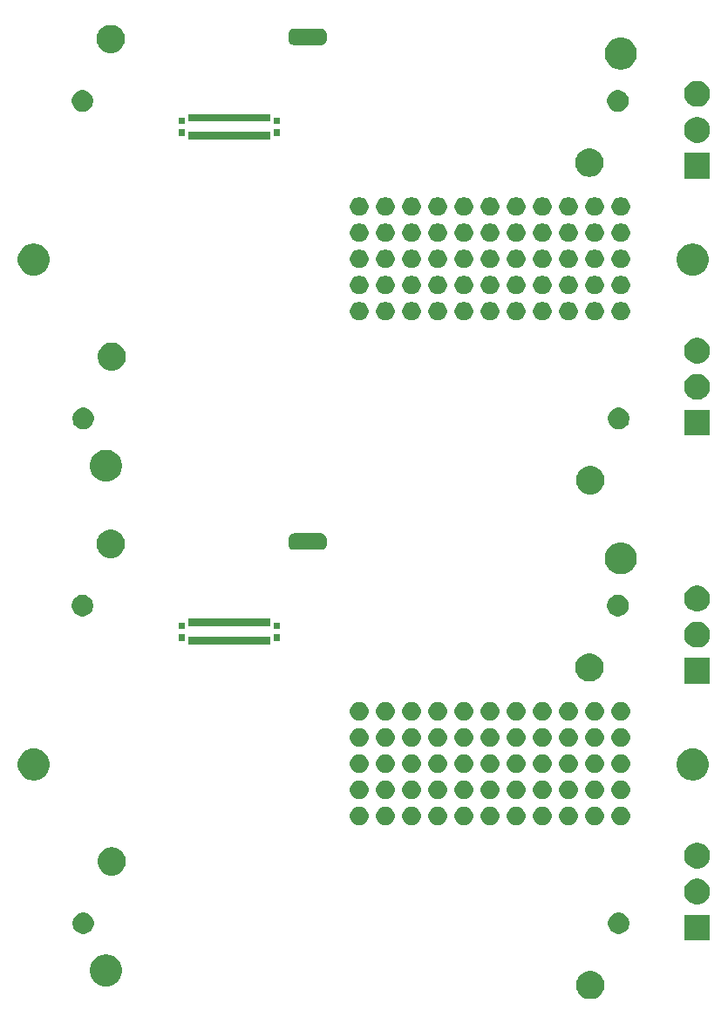
<source format=gbr>
G04 #@! TF.GenerationSoftware,KiCad,Pcbnew,5.1.5-52549c5~86~ubuntu18.04.1*
G04 #@! TF.CreationDate,2020-11-21T17:49:09-05:00*
G04 #@! TF.ProjectId,,58585858-5858-4585-9858-585858585858,rev?*
G04 #@! TF.SameCoordinates,Original*
G04 #@! TF.FileFunction,Soldermask,Bot*
G04 #@! TF.FilePolarity,Negative*
%FSLAX46Y46*%
G04 Gerber Fmt 4.6, Leading zero omitted, Abs format (unit mm)*
G04 Created by KiCad (PCBNEW 5.1.5-52549c5~86~ubuntu18.04.1) date 2020-11-21 17:49:09*
%MOMM*%
%LPD*%
G04 APERTURE LIST*
%ADD10C,0.100000*%
G04 APERTURE END LIST*
D10*
G36*
X162557524Y-127252497D02*
G01*
X162784706Y-127297686D01*
X163034212Y-127401035D01*
X163258762Y-127551075D01*
X163449725Y-127742038D01*
X163599765Y-127966588D01*
X163703114Y-128216094D01*
X163755800Y-128480968D01*
X163755800Y-128751032D01*
X163703114Y-129015906D01*
X163599765Y-129265412D01*
X163449725Y-129489962D01*
X163258762Y-129680925D01*
X163034212Y-129830965D01*
X162784706Y-129934314D01*
X162557524Y-129979503D01*
X162519833Y-129987000D01*
X162249767Y-129987000D01*
X162212076Y-129979503D01*
X161984894Y-129934314D01*
X161735388Y-129830965D01*
X161510838Y-129680925D01*
X161319875Y-129489962D01*
X161169835Y-129265412D01*
X161066486Y-129015906D01*
X161013800Y-128751032D01*
X161013800Y-128480968D01*
X161066486Y-128216094D01*
X161169835Y-127966588D01*
X161319875Y-127742038D01*
X161510838Y-127551075D01*
X161735388Y-127401035D01*
X161984894Y-127297686D01*
X162212076Y-127252497D01*
X162249767Y-127245000D01*
X162519833Y-127245000D01*
X162557524Y-127252497D01*
G37*
G36*
X115647385Y-125684802D02*
G01*
X115797210Y-125714604D01*
X116079474Y-125831521D01*
X116333505Y-126001259D01*
X116549541Y-126217295D01*
X116719279Y-126471326D01*
X116836196Y-126753590D01*
X116895800Y-127053240D01*
X116895800Y-127358760D01*
X116836196Y-127658410D01*
X116719279Y-127940674D01*
X116549541Y-128194705D01*
X116333505Y-128410741D01*
X116079474Y-128580479D01*
X115797210Y-128697396D01*
X115647385Y-128727198D01*
X115497561Y-128757000D01*
X115192039Y-128757000D01*
X115042215Y-128727198D01*
X114892390Y-128697396D01*
X114610126Y-128580479D01*
X114356095Y-128410741D01*
X114140059Y-128194705D01*
X113970321Y-127940674D01*
X113853404Y-127658410D01*
X113793800Y-127358760D01*
X113793800Y-127053240D01*
X113853404Y-126753590D01*
X113970321Y-126471326D01*
X114140059Y-126217295D01*
X114356095Y-126001259D01*
X114610126Y-125831521D01*
X114892390Y-125714604D01*
X115042215Y-125684802D01*
X115192039Y-125655000D01*
X115497561Y-125655000D01*
X115647385Y-125684802D01*
G37*
G36*
X174005800Y-124292000D02*
G01*
X171503800Y-124292000D01*
X171503800Y-121790000D01*
X174005800Y-121790000D01*
X174005800Y-124292000D01*
G37*
G36*
X165441364Y-121610389D02*
G01*
X165632633Y-121689615D01*
X165632635Y-121689616D01*
X165782870Y-121790000D01*
X165804773Y-121804635D01*
X165951165Y-121951027D01*
X166066185Y-122123167D01*
X166145411Y-122314436D01*
X166185800Y-122517484D01*
X166185800Y-122724516D01*
X166145411Y-122927564D01*
X166066185Y-123118833D01*
X166066184Y-123118835D01*
X165951165Y-123290973D01*
X165804773Y-123437365D01*
X165632635Y-123552384D01*
X165632634Y-123552385D01*
X165632633Y-123552385D01*
X165441364Y-123631611D01*
X165238316Y-123672000D01*
X165031284Y-123672000D01*
X164828236Y-123631611D01*
X164636967Y-123552385D01*
X164636966Y-123552385D01*
X164636965Y-123552384D01*
X164464827Y-123437365D01*
X164318435Y-123290973D01*
X164203416Y-123118835D01*
X164203415Y-123118833D01*
X164124189Y-122927564D01*
X164083800Y-122724516D01*
X164083800Y-122517484D01*
X164124189Y-122314436D01*
X164203415Y-122123167D01*
X164318435Y-121951027D01*
X164464827Y-121804635D01*
X164486730Y-121790000D01*
X164636965Y-121689616D01*
X164636967Y-121689615D01*
X164828236Y-121610389D01*
X165031284Y-121570000D01*
X165238316Y-121570000D01*
X165441364Y-121610389D01*
G37*
G36*
X113451364Y-121610389D02*
G01*
X113642633Y-121689615D01*
X113642635Y-121689616D01*
X113792870Y-121790000D01*
X113814773Y-121804635D01*
X113961165Y-121951027D01*
X114076185Y-122123167D01*
X114155411Y-122314436D01*
X114195800Y-122517484D01*
X114195800Y-122724516D01*
X114155411Y-122927564D01*
X114076185Y-123118833D01*
X114076184Y-123118835D01*
X113961165Y-123290973D01*
X113814773Y-123437365D01*
X113642635Y-123552384D01*
X113642634Y-123552385D01*
X113642633Y-123552385D01*
X113451364Y-123631611D01*
X113248316Y-123672000D01*
X113041284Y-123672000D01*
X112838236Y-123631611D01*
X112646967Y-123552385D01*
X112646966Y-123552385D01*
X112646965Y-123552384D01*
X112474827Y-123437365D01*
X112328435Y-123290973D01*
X112213416Y-123118835D01*
X112213415Y-123118833D01*
X112134189Y-122927564D01*
X112093800Y-122724516D01*
X112093800Y-122517484D01*
X112134189Y-122314436D01*
X112213415Y-122123167D01*
X112328435Y-121951027D01*
X112474827Y-121804635D01*
X112496730Y-121790000D01*
X112646965Y-121689616D01*
X112646967Y-121689615D01*
X112838236Y-121610389D01*
X113041284Y-121570000D01*
X113248316Y-121570000D01*
X113451364Y-121610389D01*
G37*
G36*
X173119703Y-118338075D02*
G01*
X173347371Y-118432378D01*
X173552266Y-118569285D01*
X173726515Y-118743534D01*
X173863422Y-118948429D01*
X173957725Y-119176097D01*
X174005800Y-119417787D01*
X174005800Y-119664213D01*
X173957725Y-119905903D01*
X173863422Y-120133571D01*
X173726515Y-120338466D01*
X173552266Y-120512715D01*
X173347371Y-120649622D01*
X173347370Y-120649623D01*
X173347369Y-120649623D01*
X173119703Y-120743925D01*
X172878014Y-120792000D01*
X172631586Y-120792000D01*
X172389897Y-120743925D01*
X172162231Y-120649623D01*
X172162230Y-120649623D01*
X172162229Y-120649622D01*
X171957334Y-120512715D01*
X171783085Y-120338466D01*
X171646178Y-120133571D01*
X171551875Y-119905903D01*
X171503800Y-119664213D01*
X171503800Y-119417787D01*
X171551875Y-119176097D01*
X171646178Y-118948429D01*
X171783085Y-118743534D01*
X171957334Y-118569285D01*
X172162229Y-118432378D01*
X172389897Y-118338075D01*
X172631586Y-118290000D01*
X172878014Y-118290000D01*
X173119703Y-118338075D01*
G37*
G36*
X116077524Y-115262497D02*
G01*
X116304706Y-115307686D01*
X116554212Y-115411035D01*
X116778762Y-115561075D01*
X116969725Y-115752038D01*
X117119765Y-115976588D01*
X117223114Y-116226094D01*
X117275800Y-116490968D01*
X117275800Y-116761032D01*
X117223114Y-117025906D01*
X117119765Y-117275412D01*
X116969725Y-117499962D01*
X116778762Y-117690925D01*
X116554212Y-117840965D01*
X116304706Y-117944314D01*
X116077524Y-117989503D01*
X116039833Y-117997000D01*
X115769767Y-117997000D01*
X115732076Y-117989503D01*
X115504894Y-117944314D01*
X115255388Y-117840965D01*
X115030838Y-117690925D01*
X114839875Y-117499962D01*
X114689835Y-117275412D01*
X114586486Y-117025906D01*
X114533800Y-116761032D01*
X114533800Y-116490968D01*
X114586486Y-116226094D01*
X114689835Y-115976588D01*
X114839875Y-115752038D01*
X115030838Y-115561075D01*
X115255388Y-115411035D01*
X115504894Y-115307686D01*
X115732076Y-115262497D01*
X115769767Y-115255000D01*
X116039833Y-115255000D01*
X116077524Y-115262497D01*
G37*
G36*
X173119703Y-114838075D02*
G01*
X173347371Y-114932378D01*
X173552266Y-115069285D01*
X173726515Y-115243534D01*
X173838436Y-115411035D01*
X173863423Y-115448431D01*
X173957725Y-115676097D01*
X174005800Y-115917787D01*
X174005800Y-116164213D01*
X173957725Y-116405903D01*
X173863422Y-116633571D01*
X173726515Y-116838466D01*
X173552266Y-117012715D01*
X173347371Y-117149622D01*
X173347370Y-117149623D01*
X173347369Y-117149623D01*
X173119703Y-117243925D01*
X172878014Y-117292000D01*
X172631586Y-117292000D01*
X172389897Y-117243925D01*
X172162231Y-117149623D01*
X172162230Y-117149623D01*
X172162229Y-117149622D01*
X171957334Y-117012715D01*
X171783085Y-116838466D01*
X171646178Y-116633571D01*
X171551875Y-116405903D01*
X171503800Y-116164213D01*
X171503800Y-115917787D01*
X171551875Y-115676097D01*
X171646177Y-115448431D01*
X171671164Y-115411035D01*
X171783085Y-115243534D01*
X171957334Y-115069285D01*
X172162229Y-114932378D01*
X172389897Y-114838075D01*
X172631586Y-114790000D01*
X172878014Y-114790000D01*
X173119703Y-114838075D01*
G37*
G36*
X155293312Y-111314927D02*
G01*
X155442612Y-111344624D01*
X155606584Y-111412544D01*
X155754154Y-111511147D01*
X155879653Y-111636646D01*
X155978256Y-111784216D01*
X156046176Y-111948188D01*
X156080800Y-112122259D01*
X156080800Y-112299741D01*
X156046176Y-112473812D01*
X155978256Y-112637784D01*
X155879653Y-112785354D01*
X155754154Y-112910853D01*
X155606584Y-113009456D01*
X155442612Y-113077376D01*
X155293312Y-113107073D01*
X155268542Y-113112000D01*
X155091058Y-113112000D01*
X155066288Y-113107073D01*
X154916988Y-113077376D01*
X154753016Y-113009456D01*
X154605446Y-112910853D01*
X154479947Y-112785354D01*
X154381344Y-112637784D01*
X154313424Y-112473812D01*
X154278800Y-112299741D01*
X154278800Y-112122259D01*
X154313424Y-111948188D01*
X154381344Y-111784216D01*
X154479947Y-111636646D01*
X154605446Y-111511147D01*
X154753016Y-111412544D01*
X154916988Y-111344624D01*
X155066288Y-111314927D01*
X155091058Y-111310000D01*
X155268542Y-111310000D01*
X155293312Y-111314927D01*
G37*
G36*
X140053312Y-111314927D02*
G01*
X140202612Y-111344624D01*
X140366584Y-111412544D01*
X140514154Y-111511147D01*
X140639653Y-111636646D01*
X140738256Y-111784216D01*
X140806176Y-111948188D01*
X140840800Y-112122259D01*
X140840800Y-112299741D01*
X140806176Y-112473812D01*
X140738256Y-112637784D01*
X140639653Y-112785354D01*
X140514154Y-112910853D01*
X140366584Y-113009456D01*
X140202612Y-113077376D01*
X140053312Y-113107073D01*
X140028542Y-113112000D01*
X139851058Y-113112000D01*
X139826288Y-113107073D01*
X139676988Y-113077376D01*
X139513016Y-113009456D01*
X139365446Y-112910853D01*
X139239947Y-112785354D01*
X139141344Y-112637784D01*
X139073424Y-112473812D01*
X139038800Y-112299741D01*
X139038800Y-112122259D01*
X139073424Y-111948188D01*
X139141344Y-111784216D01*
X139239947Y-111636646D01*
X139365446Y-111511147D01*
X139513016Y-111412544D01*
X139676988Y-111344624D01*
X139826288Y-111314927D01*
X139851058Y-111310000D01*
X140028542Y-111310000D01*
X140053312Y-111314927D01*
G37*
G36*
X142593312Y-111314927D02*
G01*
X142742612Y-111344624D01*
X142906584Y-111412544D01*
X143054154Y-111511147D01*
X143179653Y-111636646D01*
X143278256Y-111784216D01*
X143346176Y-111948188D01*
X143380800Y-112122259D01*
X143380800Y-112299741D01*
X143346176Y-112473812D01*
X143278256Y-112637784D01*
X143179653Y-112785354D01*
X143054154Y-112910853D01*
X142906584Y-113009456D01*
X142742612Y-113077376D01*
X142593312Y-113107073D01*
X142568542Y-113112000D01*
X142391058Y-113112000D01*
X142366288Y-113107073D01*
X142216988Y-113077376D01*
X142053016Y-113009456D01*
X141905446Y-112910853D01*
X141779947Y-112785354D01*
X141681344Y-112637784D01*
X141613424Y-112473812D01*
X141578800Y-112299741D01*
X141578800Y-112122259D01*
X141613424Y-111948188D01*
X141681344Y-111784216D01*
X141779947Y-111636646D01*
X141905446Y-111511147D01*
X142053016Y-111412544D01*
X142216988Y-111344624D01*
X142366288Y-111314927D01*
X142391058Y-111310000D01*
X142568542Y-111310000D01*
X142593312Y-111314927D01*
G37*
G36*
X147673312Y-111314927D02*
G01*
X147822612Y-111344624D01*
X147986584Y-111412544D01*
X148134154Y-111511147D01*
X148259653Y-111636646D01*
X148358256Y-111784216D01*
X148426176Y-111948188D01*
X148460800Y-112122259D01*
X148460800Y-112299741D01*
X148426176Y-112473812D01*
X148358256Y-112637784D01*
X148259653Y-112785354D01*
X148134154Y-112910853D01*
X147986584Y-113009456D01*
X147822612Y-113077376D01*
X147673312Y-113107073D01*
X147648542Y-113112000D01*
X147471058Y-113112000D01*
X147446288Y-113107073D01*
X147296988Y-113077376D01*
X147133016Y-113009456D01*
X146985446Y-112910853D01*
X146859947Y-112785354D01*
X146761344Y-112637784D01*
X146693424Y-112473812D01*
X146658800Y-112299741D01*
X146658800Y-112122259D01*
X146693424Y-111948188D01*
X146761344Y-111784216D01*
X146859947Y-111636646D01*
X146985446Y-111511147D01*
X147133016Y-111412544D01*
X147296988Y-111344624D01*
X147446288Y-111314927D01*
X147471058Y-111310000D01*
X147648542Y-111310000D01*
X147673312Y-111314927D01*
G37*
G36*
X150213312Y-111314927D02*
G01*
X150362612Y-111344624D01*
X150526584Y-111412544D01*
X150674154Y-111511147D01*
X150799653Y-111636646D01*
X150898256Y-111784216D01*
X150966176Y-111948188D01*
X151000800Y-112122259D01*
X151000800Y-112299741D01*
X150966176Y-112473812D01*
X150898256Y-112637784D01*
X150799653Y-112785354D01*
X150674154Y-112910853D01*
X150526584Y-113009456D01*
X150362612Y-113077376D01*
X150213312Y-113107073D01*
X150188542Y-113112000D01*
X150011058Y-113112000D01*
X149986288Y-113107073D01*
X149836988Y-113077376D01*
X149673016Y-113009456D01*
X149525446Y-112910853D01*
X149399947Y-112785354D01*
X149301344Y-112637784D01*
X149233424Y-112473812D01*
X149198800Y-112299741D01*
X149198800Y-112122259D01*
X149233424Y-111948188D01*
X149301344Y-111784216D01*
X149399947Y-111636646D01*
X149525446Y-111511147D01*
X149673016Y-111412544D01*
X149836988Y-111344624D01*
X149986288Y-111314927D01*
X150011058Y-111310000D01*
X150188542Y-111310000D01*
X150213312Y-111314927D01*
G37*
G36*
X152753312Y-111314927D02*
G01*
X152902612Y-111344624D01*
X153066584Y-111412544D01*
X153214154Y-111511147D01*
X153339653Y-111636646D01*
X153438256Y-111784216D01*
X153506176Y-111948188D01*
X153540800Y-112122259D01*
X153540800Y-112299741D01*
X153506176Y-112473812D01*
X153438256Y-112637784D01*
X153339653Y-112785354D01*
X153214154Y-112910853D01*
X153066584Y-113009456D01*
X152902612Y-113077376D01*
X152753312Y-113107073D01*
X152728542Y-113112000D01*
X152551058Y-113112000D01*
X152526288Y-113107073D01*
X152376988Y-113077376D01*
X152213016Y-113009456D01*
X152065446Y-112910853D01*
X151939947Y-112785354D01*
X151841344Y-112637784D01*
X151773424Y-112473812D01*
X151738800Y-112299741D01*
X151738800Y-112122259D01*
X151773424Y-111948188D01*
X151841344Y-111784216D01*
X151939947Y-111636646D01*
X152065446Y-111511147D01*
X152213016Y-111412544D01*
X152376988Y-111344624D01*
X152526288Y-111314927D01*
X152551058Y-111310000D01*
X152728542Y-111310000D01*
X152753312Y-111314927D01*
G37*
G36*
X157833312Y-111314927D02*
G01*
X157982612Y-111344624D01*
X158146584Y-111412544D01*
X158294154Y-111511147D01*
X158419653Y-111636646D01*
X158518256Y-111784216D01*
X158586176Y-111948188D01*
X158620800Y-112122259D01*
X158620800Y-112299741D01*
X158586176Y-112473812D01*
X158518256Y-112637784D01*
X158419653Y-112785354D01*
X158294154Y-112910853D01*
X158146584Y-113009456D01*
X157982612Y-113077376D01*
X157833312Y-113107073D01*
X157808542Y-113112000D01*
X157631058Y-113112000D01*
X157606288Y-113107073D01*
X157456988Y-113077376D01*
X157293016Y-113009456D01*
X157145446Y-112910853D01*
X157019947Y-112785354D01*
X156921344Y-112637784D01*
X156853424Y-112473812D01*
X156818800Y-112299741D01*
X156818800Y-112122259D01*
X156853424Y-111948188D01*
X156921344Y-111784216D01*
X157019947Y-111636646D01*
X157145446Y-111511147D01*
X157293016Y-111412544D01*
X157456988Y-111344624D01*
X157606288Y-111314927D01*
X157631058Y-111310000D01*
X157808542Y-111310000D01*
X157833312Y-111314927D01*
G37*
G36*
X160373312Y-111314927D02*
G01*
X160522612Y-111344624D01*
X160686584Y-111412544D01*
X160834154Y-111511147D01*
X160959653Y-111636646D01*
X161058256Y-111784216D01*
X161126176Y-111948188D01*
X161160800Y-112122259D01*
X161160800Y-112299741D01*
X161126176Y-112473812D01*
X161058256Y-112637784D01*
X160959653Y-112785354D01*
X160834154Y-112910853D01*
X160686584Y-113009456D01*
X160522612Y-113077376D01*
X160373312Y-113107073D01*
X160348542Y-113112000D01*
X160171058Y-113112000D01*
X160146288Y-113107073D01*
X159996988Y-113077376D01*
X159833016Y-113009456D01*
X159685446Y-112910853D01*
X159559947Y-112785354D01*
X159461344Y-112637784D01*
X159393424Y-112473812D01*
X159358800Y-112299741D01*
X159358800Y-112122259D01*
X159393424Y-111948188D01*
X159461344Y-111784216D01*
X159559947Y-111636646D01*
X159685446Y-111511147D01*
X159833016Y-111412544D01*
X159996988Y-111344624D01*
X160146288Y-111314927D01*
X160171058Y-111310000D01*
X160348542Y-111310000D01*
X160373312Y-111314927D01*
G37*
G36*
X162913312Y-111314927D02*
G01*
X163062612Y-111344624D01*
X163226584Y-111412544D01*
X163374154Y-111511147D01*
X163499653Y-111636646D01*
X163598256Y-111784216D01*
X163666176Y-111948188D01*
X163700800Y-112122259D01*
X163700800Y-112299741D01*
X163666176Y-112473812D01*
X163598256Y-112637784D01*
X163499653Y-112785354D01*
X163374154Y-112910853D01*
X163226584Y-113009456D01*
X163062612Y-113077376D01*
X162913312Y-113107073D01*
X162888542Y-113112000D01*
X162711058Y-113112000D01*
X162686288Y-113107073D01*
X162536988Y-113077376D01*
X162373016Y-113009456D01*
X162225446Y-112910853D01*
X162099947Y-112785354D01*
X162001344Y-112637784D01*
X161933424Y-112473812D01*
X161898800Y-112299741D01*
X161898800Y-112122259D01*
X161933424Y-111948188D01*
X162001344Y-111784216D01*
X162099947Y-111636646D01*
X162225446Y-111511147D01*
X162373016Y-111412544D01*
X162536988Y-111344624D01*
X162686288Y-111314927D01*
X162711058Y-111310000D01*
X162888542Y-111310000D01*
X162913312Y-111314927D01*
G37*
G36*
X165453312Y-111314927D02*
G01*
X165602612Y-111344624D01*
X165766584Y-111412544D01*
X165914154Y-111511147D01*
X166039653Y-111636646D01*
X166138256Y-111784216D01*
X166206176Y-111948188D01*
X166240800Y-112122259D01*
X166240800Y-112299741D01*
X166206176Y-112473812D01*
X166138256Y-112637784D01*
X166039653Y-112785354D01*
X165914154Y-112910853D01*
X165766584Y-113009456D01*
X165602612Y-113077376D01*
X165453312Y-113107073D01*
X165428542Y-113112000D01*
X165251058Y-113112000D01*
X165226288Y-113107073D01*
X165076988Y-113077376D01*
X164913016Y-113009456D01*
X164765446Y-112910853D01*
X164639947Y-112785354D01*
X164541344Y-112637784D01*
X164473424Y-112473812D01*
X164438800Y-112299741D01*
X164438800Y-112122259D01*
X164473424Y-111948188D01*
X164541344Y-111784216D01*
X164639947Y-111636646D01*
X164765446Y-111511147D01*
X164913016Y-111412544D01*
X165076988Y-111344624D01*
X165226288Y-111314927D01*
X165251058Y-111310000D01*
X165428542Y-111310000D01*
X165453312Y-111314927D01*
G37*
G36*
X145133312Y-111314927D02*
G01*
X145282612Y-111344624D01*
X145446584Y-111412544D01*
X145594154Y-111511147D01*
X145719653Y-111636646D01*
X145818256Y-111784216D01*
X145886176Y-111948188D01*
X145920800Y-112122259D01*
X145920800Y-112299741D01*
X145886176Y-112473812D01*
X145818256Y-112637784D01*
X145719653Y-112785354D01*
X145594154Y-112910853D01*
X145446584Y-113009456D01*
X145282612Y-113077376D01*
X145133312Y-113107073D01*
X145108542Y-113112000D01*
X144931058Y-113112000D01*
X144906288Y-113107073D01*
X144756988Y-113077376D01*
X144593016Y-113009456D01*
X144445446Y-112910853D01*
X144319947Y-112785354D01*
X144221344Y-112637784D01*
X144153424Y-112473812D01*
X144118800Y-112299741D01*
X144118800Y-112122259D01*
X144153424Y-111948188D01*
X144221344Y-111784216D01*
X144319947Y-111636646D01*
X144445446Y-111511147D01*
X144593016Y-111412544D01*
X144756988Y-111344624D01*
X144906288Y-111314927D01*
X144931058Y-111310000D01*
X145108542Y-111310000D01*
X145133312Y-111314927D01*
G37*
G36*
X155293312Y-108774927D02*
G01*
X155442612Y-108804624D01*
X155606584Y-108872544D01*
X155754154Y-108971147D01*
X155879653Y-109096646D01*
X155978256Y-109244216D01*
X156046176Y-109408188D01*
X156080800Y-109582259D01*
X156080800Y-109759741D01*
X156046176Y-109933812D01*
X155978256Y-110097784D01*
X155879653Y-110245354D01*
X155754154Y-110370853D01*
X155606584Y-110469456D01*
X155442612Y-110537376D01*
X155293312Y-110567073D01*
X155268542Y-110572000D01*
X155091058Y-110572000D01*
X155066288Y-110567073D01*
X154916988Y-110537376D01*
X154753016Y-110469456D01*
X154605446Y-110370853D01*
X154479947Y-110245354D01*
X154381344Y-110097784D01*
X154313424Y-109933812D01*
X154278800Y-109759741D01*
X154278800Y-109582259D01*
X154313424Y-109408188D01*
X154381344Y-109244216D01*
X154479947Y-109096646D01*
X154605446Y-108971147D01*
X154753016Y-108872544D01*
X154916988Y-108804624D01*
X155066288Y-108774927D01*
X155091058Y-108770000D01*
X155268542Y-108770000D01*
X155293312Y-108774927D01*
G37*
G36*
X145133312Y-108774927D02*
G01*
X145282612Y-108804624D01*
X145446584Y-108872544D01*
X145594154Y-108971147D01*
X145719653Y-109096646D01*
X145818256Y-109244216D01*
X145886176Y-109408188D01*
X145920800Y-109582259D01*
X145920800Y-109759741D01*
X145886176Y-109933812D01*
X145818256Y-110097784D01*
X145719653Y-110245354D01*
X145594154Y-110370853D01*
X145446584Y-110469456D01*
X145282612Y-110537376D01*
X145133312Y-110567073D01*
X145108542Y-110572000D01*
X144931058Y-110572000D01*
X144906288Y-110567073D01*
X144756988Y-110537376D01*
X144593016Y-110469456D01*
X144445446Y-110370853D01*
X144319947Y-110245354D01*
X144221344Y-110097784D01*
X144153424Y-109933812D01*
X144118800Y-109759741D01*
X144118800Y-109582259D01*
X144153424Y-109408188D01*
X144221344Y-109244216D01*
X144319947Y-109096646D01*
X144445446Y-108971147D01*
X144593016Y-108872544D01*
X144756988Y-108804624D01*
X144906288Y-108774927D01*
X144931058Y-108770000D01*
X145108542Y-108770000D01*
X145133312Y-108774927D01*
G37*
G36*
X147673312Y-108774927D02*
G01*
X147822612Y-108804624D01*
X147986584Y-108872544D01*
X148134154Y-108971147D01*
X148259653Y-109096646D01*
X148358256Y-109244216D01*
X148426176Y-109408188D01*
X148460800Y-109582259D01*
X148460800Y-109759741D01*
X148426176Y-109933812D01*
X148358256Y-110097784D01*
X148259653Y-110245354D01*
X148134154Y-110370853D01*
X147986584Y-110469456D01*
X147822612Y-110537376D01*
X147673312Y-110567073D01*
X147648542Y-110572000D01*
X147471058Y-110572000D01*
X147446288Y-110567073D01*
X147296988Y-110537376D01*
X147133016Y-110469456D01*
X146985446Y-110370853D01*
X146859947Y-110245354D01*
X146761344Y-110097784D01*
X146693424Y-109933812D01*
X146658800Y-109759741D01*
X146658800Y-109582259D01*
X146693424Y-109408188D01*
X146761344Y-109244216D01*
X146859947Y-109096646D01*
X146985446Y-108971147D01*
X147133016Y-108872544D01*
X147296988Y-108804624D01*
X147446288Y-108774927D01*
X147471058Y-108770000D01*
X147648542Y-108770000D01*
X147673312Y-108774927D01*
G37*
G36*
X150213312Y-108774927D02*
G01*
X150362612Y-108804624D01*
X150526584Y-108872544D01*
X150674154Y-108971147D01*
X150799653Y-109096646D01*
X150898256Y-109244216D01*
X150966176Y-109408188D01*
X151000800Y-109582259D01*
X151000800Y-109759741D01*
X150966176Y-109933812D01*
X150898256Y-110097784D01*
X150799653Y-110245354D01*
X150674154Y-110370853D01*
X150526584Y-110469456D01*
X150362612Y-110537376D01*
X150213312Y-110567073D01*
X150188542Y-110572000D01*
X150011058Y-110572000D01*
X149986288Y-110567073D01*
X149836988Y-110537376D01*
X149673016Y-110469456D01*
X149525446Y-110370853D01*
X149399947Y-110245354D01*
X149301344Y-110097784D01*
X149233424Y-109933812D01*
X149198800Y-109759741D01*
X149198800Y-109582259D01*
X149233424Y-109408188D01*
X149301344Y-109244216D01*
X149399947Y-109096646D01*
X149525446Y-108971147D01*
X149673016Y-108872544D01*
X149836988Y-108804624D01*
X149986288Y-108774927D01*
X150011058Y-108770000D01*
X150188542Y-108770000D01*
X150213312Y-108774927D01*
G37*
G36*
X152753312Y-108774927D02*
G01*
X152902612Y-108804624D01*
X153066584Y-108872544D01*
X153214154Y-108971147D01*
X153339653Y-109096646D01*
X153438256Y-109244216D01*
X153506176Y-109408188D01*
X153540800Y-109582259D01*
X153540800Y-109759741D01*
X153506176Y-109933812D01*
X153438256Y-110097784D01*
X153339653Y-110245354D01*
X153214154Y-110370853D01*
X153066584Y-110469456D01*
X152902612Y-110537376D01*
X152753312Y-110567073D01*
X152728542Y-110572000D01*
X152551058Y-110572000D01*
X152526288Y-110567073D01*
X152376988Y-110537376D01*
X152213016Y-110469456D01*
X152065446Y-110370853D01*
X151939947Y-110245354D01*
X151841344Y-110097784D01*
X151773424Y-109933812D01*
X151738800Y-109759741D01*
X151738800Y-109582259D01*
X151773424Y-109408188D01*
X151841344Y-109244216D01*
X151939947Y-109096646D01*
X152065446Y-108971147D01*
X152213016Y-108872544D01*
X152376988Y-108804624D01*
X152526288Y-108774927D01*
X152551058Y-108770000D01*
X152728542Y-108770000D01*
X152753312Y-108774927D01*
G37*
G36*
X157833312Y-108774927D02*
G01*
X157982612Y-108804624D01*
X158146584Y-108872544D01*
X158294154Y-108971147D01*
X158419653Y-109096646D01*
X158518256Y-109244216D01*
X158586176Y-109408188D01*
X158620800Y-109582259D01*
X158620800Y-109759741D01*
X158586176Y-109933812D01*
X158518256Y-110097784D01*
X158419653Y-110245354D01*
X158294154Y-110370853D01*
X158146584Y-110469456D01*
X157982612Y-110537376D01*
X157833312Y-110567073D01*
X157808542Y-110572000D01*
X157631058Y-110572000D01*
X157606288Y-110567073D01*
X157456988Y-110537376D01*
X157293016Y-110469456D01*
X157145446Y-110370853D01*
X157019947Y-110245354D01*
X156921344Y-110097784D01*
X156853424Y-109933812D01*
X156818800Y-109759741D01*
X156818800Y-109582259D01*
X156853424Y-109408188D01*
X156921344Y-109244216D01*
X157019947Y-109096646D01*
X157145446Y-108971147D01*
X157293016Y-108872544D01*
X157456988Y-108804624D01*
X157606288Y-108774927D01*
X157631058Y-108770000D01*
X157808542Y-108770000D01*
X157833312Y-108774927D01*
G37*
G36*
X160373312Y-108774927D02*
G01*
X160522612Y-108804624D01*
X160686584Y-108872544D01*
X160834154Y-108971147D01*
X160959653Y-109096646D01*
X161058256Y-109244216D01*
X161126176Y-109408188D01*
X161160800Y-109582259D01*
X161160800Y-109759741D01*
X161126176Y-109933812D01*
X161058256Y-110097784D01*
X160959653Y-110245354D01*
X160834154Y-110370853D01*
X160686584Y-110469456D01*
X160522612Y-110537376D01*
X160373312Y-110567073D01*
X160348542Y-110572000D01*
X160171058Y-110572000D01*
X160146288Y-110567073D01*
X159996988Y-110537376D01*
X159833016Y-110469456D01*
X159685446Y-110370853D01*
X159559947Y-110245354D01*
X159461344Y-110097784D01*
X159393424Y-109933812D01*
X159358800Y-109759741D01*
X159358800Y-109582259D01*
X159393424Y-109408188D01*
X159461344Y-109244216D01*
X159559947Y-109096646D01*
X159685446Y-108971147D01*
X159833016Y-108872544D01*
X159996988Y-108804624D01*
X160146288Y-108774927D01*
X160171058Y-108770000D01*
X160348542Y-108770000D01*
X160373312Y-108774927D01*
G37*
G36*
X162913312Y-108774927D02*
G01*
X163062612Y-108804624D01*
X163226584Y-108872544D01*
X163374154Y-108971147D01*
X163499653Y-109096646D01*
X163598256Y-109244216D01*
X163666176Y-109408188D01*
X163700800Y-109582259D01*
X163700800Y-109759741D01*
X163666176Y-109933812D01*
X163598256Y-110097784D01*
X163499653Y-110245354D01*
X163374154Y-110370853D01*
X163226584Y-110469456D01*
X163062612Y-110537376D01*
X162913312Y-110567073D01*
X162888542Y-110572000D01*
X162711058Y-110572000D01*
X162686288Y-110567073D01*
X162536988Y-110537376D01*
X162373016Y-110469456D01*
X162225446Y-110370853D01*
X162099947Y-110245354D01*
X162001344Y-110097784D01*
X161933424Y-109933812D01*
X161898800Y-109759741D01*
X161898800Y-109582259D01*
X161933424Y-109408188D01*
X162001344Y-109244216D01*
X162099947Y-109096646D01*
X162225446Y-108971147D01*
X162373016Y-108872544D01*
X162536988Y-108804624D01*
X162686288Y-108774927D01*
X162711058Y-108770000D01*
X162888542Y-108770000D01*
X162913312Y-108774927D01*
G37*
G36*
X142593312Y-108774927D02*
G01*
X142742612Y-108804624D01*
X142906584Y-108872544D01*
X143054154Y-108971147D01*
X143179653Y-109096646D01*
X143278256Y-109244216D01*
X143346176Y-109408188D01*
X143380800Y-109582259D01*
X143380800Y-109759741D01*
X143346176Y-109933812D01*
X143278256Y-110097784D01*
X143179653Y-110245354D01*
X143054154Y-110370853D01*
X142906584Y-110469456D01*
X142742612Y-110537376D01*
X142593312Y-110567073D01*
X142568542Y-110572000D01*
X142391058Y-110572000D01*
X142366288Y-110567073D01*
X142216988Y-110537376D01*
X142053016Y-110469456D01*
X141905446Y-110370853D01*
X141779947Y-110245354D01*
X141681344Y-110097784D01*
X141613424Y-109933812D01*
X141578800Y-109759741D01*
X141578800Y-109582259D01*
X141613424Y-109408188D01*
X141681344Y-109244216D01*
X141779947Y-109096646D01*
X141905446Y-108971147D01*
X142053016Y-108872544D01*
X142216988Y-108804624D01*
X142366288Y-108774927D01*
X142391058Y-108770000D01*
X142568542Y-108770000D01*
X142593312Y-108774927D01*
G37*
G36*
X165453312Y-108774927D02*
G01*
X165602612Y-108804624D01*
X165766584Y-108872544D01*
X165914154Y-108971147D01*
X166039653Y-109096646D01*
X166138256Y-109244216D01*
X166206176Y-109408188D01*
X166240800Y-109582259D01*
X166240800Y-109759741D01*
X166206176Y-109933812D01*
X166138256Y-110097784D01*
X166039653Y-110245354D01*
X165914154Y-110370853D01*
X165766584Y-110469456D01*
X165602612Y-110537376D01*
X165453312Y-110567073D01*
X165428542Y-110572000D01*
X165251058Y-110572000D01*
X165226288Y-110567073D01*
X165076988Y-110537376D01*
X164913016Y-110469456D01*
X164765446Y-110370853D01*
X164639947Y-110245354D01*
X164541344Y-110097784D01*
X164473424Y-109933812D01*
X164438800Y-109759741D01*
X164438800Y-109582259D01*
X164473424Y-109408188D01*
X164541344Y-109244216D01*
X164639947Y-109096646D01*
X164765446Y-108971147D01*
X164913016Y-108872544D01*
X165076988Y-108804624D01*
X165226288Y-108774927D01*
X165251058Y-108770000D01*
X165428542Y-108770000D01*
X165453312Y-108774927D01*
G37*
G36*
X140053312Y-108774927D02*
G01*
X140202612Y-108804624D01*
X140366584Y-108872544D01*
X140514154Y-108971147D01*
X140639653Y-109096646D01*
X140738256Y-109244216D01*
X140806176Y-109408188D01*
X140840800Y-109582259D01*
X140840800Y-109759741D01*
X140806176Y-109933812D01*
X140738256Y-110097784D01*
X140639653Y-110245354D01*
X140514154Y-110370853D01*
X140366584Y-110469456D01*
X140202612Y-110537376D01*
X140053312Y-110567073D01*
X140028542Y-110572000D01*
X139851058Y-110572000D01*
X139826288Y-110567073D01*
X139676988Y-110537376D01*
X139513016Y-110469456D01*
X139365446Y-110370853D01*
X139239947Y-110245354D01*
X139141344Y-110097784D01*
X139073424Y-109933812D01*
X139038800Y-109759741D01*
X139038800Y-109582259D01*
X139073424Y-109408188D01*
X139141344Y-109244216D01*
X139239947Y-109096646D01*
X139365446Y-108971147D01*
X139513016Y-108872544D01*
X139676988Y-108804624D01*
X139826288Y-108774927D01*
X139851058Y-108770000D01*
X140028542Y-108770000D01*
X140053312Y-108774927D01*
G37*
G36*
X108647385Y-105684802D02*
G01*
X108797210Y-105714604D01*
X109079474Y-105831521D01*
X109333505Y-106001259D01*
X109549541Y-106217295D01*
X109719279Y-106471326D01*
X109836196Y-106753590D01*
X109895800Y-107053240D01*
X109895800Y-107358760D01*
X109836196Y-107658410D01*
X109719279Y-107940674D01*
X109549541Y-108194705D01*
X109333505Y-108410741D01*
X109079474Y-108580479D01*
X108797210Y-108697396D01*
X108647385Y-108727198D01*
X108497561Y-108757000D01*
X108192039Y-108757000D01*
X108042215Y-108727198D01*
X107892390Y-108697396D01*
X107610126Y-108580479D01*
X107356095Y-108410741D01*
X107140059Y-108194705D01*
X106970321Y-107940674D01*
X106853404Y-107658410D01*
X106793800Y-107358760D01*
X106793800Y-107053240D01*
X106853404Y-106753590D01*
X106970321Y-106471326D01*
X107140059Y-106217295D01*
X107356095Y-106001259D01*
X107610126Y-105831521D01*
X107892390Y-105714604D01*
X108042215Y-105684802D01*
X108192039Y-105655000D01*
X108497561Y-105655000D01*
X108647385Y-105684802D01*
G37*
G36*
X172647385Y-105684802D02*
G01*
X172797210Y-105714604D01*
X173079474Y-105831521D01*
X173333505Y-106001259D01*
X173549541Y-106217295D01*
X173719279Y-106471326D01*
X173836196Y-106753590D01*
X173895800Y-107053240D01*
X173895800Y-107358760D01*
X173836196Y-107658410D01*
X173719279Y-107940674D01*
X173549541Y-108194705D01*
X173333505Y-108410741D01*
X173079474Y-108580479D01*
X172797210Y-108697396D01*
X172647385Y-108727198D01*
X172497561Y-108757000D01*
X172192039Y-108757000D01*
X172042215Y-108727198D01*
X171892390Y-108697396D01*
X171610126Y-108580479D01*
X171356095Y-108410741D01*
X171140059Y-108194705D01*
X170970321Y-107940674D01*
X170853404Y-107658410D01*
X170793800Y-107358760D01*
X170793800Y-107053240D01*
X170853404Y-106753590D01*
X170970321Y-106471326D01*
X171140059Y-106217295D01*
X171356095Y-106001259D01*
X171610126Y-105831521D01*
X171892390Y-105714604D01*
X172042215Y-105684802D01*
X172192039Y-105655000D01*
X172497561Y-105655000D01*
X172647385Y-105684802D01*
G37*
G36*
X152753312Y-106234927D02*
G01*
X152902612Y-106264624D01*
X153066584Y-106332544D01*
X153214154Y-106431147D01*
X153339653Y-106556646D01*
X153438256Y-106704216D01*
X153506176Y-106868188D01*
X153540800Y-107042259D01*
X153540800Y-107219741D01*
X153506176Y-107393812D01*
X153438256Y-107557784D01*
X153339653Y-107705354D01*
X153214154Y-107830853D01*
X153066584Y-107929456D01*
X152902612Y-107997376D01*
X152753312Y-108027073D01*
X152728542Y-108032000D01*
X152551058Y-108032000D01*
X152526288Y-108027073D01*
X152376988Y-107997376D01*
X152213016Y-107929456D01*
X152065446Y-107830853D01*
X151939947Y-107705354D01*
X151841344Y-107557784D01*
X151773424Y-107393812D01*
X151738800Y-107219741D01*
X151738800Y-107042259D01*
X151773424Y-106868188D01*
X151841344Y-106704216D01*
X151939947Y-106556646D01*
X152065446Y-106431147D01*
X152213016Y-106332544D01*
X152376988Y-106264624D01*
X152526288Y-106234927D01*
X152551058Y-106230000D01*
X152728542Y-106230000D01*
X152753312Y-106234927D01*
G37*
G36*
X140053312Y-106234927D02*
G01*
X140202612Y-106264624D01*
X140366584Y-106332544D01*
X140514154Y-106431147D01*
X140639653Y-106556646D01*
X140738256Y-106704216D01*
X140806176Y-106868188D01*
X140840800Y-107042259D01*
X140840800Y-107219741D01*
X140806176Y-107393812D01*
X140738256Y-107557784D01*
X140639653Y-107705354D01*
X140514154Y-107830853D01*
X140366584Y-107929456D01*
X140202612Y-107997376D01*
X140053312Y-108027073D01*
X140028542Y-108032000D01*
X139851058Y-108032000D01*
X139826288Y-108027073D01*
X139676988Y-107997376D01*
X139513016Y-107929456D01*
X139365446Y-107830853D01*
X139239947Y-107705354D01*
X139141344Y-107557784D01*
X139073424Y-107393812D01*
X139038800Y-107219741D01*
X139038800Y-107042259D01*
X139073424Y-106868188D01*
X139141344Y-106704216D01*
X139239947Y-106556646D01*
X139365446Y-106431147D01*
X139513016Y-106332544D01*
X139676988Y-106264624D01*
X139826288Y-106234927D01*
X139851058Y-106230000D01*
X140028542Y-106230000D01*
X140053312Y-106234927D01*
G37*
G36*
X165453312Y-106234927D02*
G01*
X165602612Y-106264624D01*
X165766584Y-106332544D01*
X165914154Y-106431147D01*
X166039653Y-106556646D01*
X166138256Y-106704216D01*
X166206176Y-106868188D01*
X166240800Y-107042259D01*
X166240800Y-107219741D01*
X166206176Y-107393812D01*
X166138256Y-107557784D01*
X166039653Y-107705354D01*
X165914154Y-107830853D01*
X165766584Y-107929456D01*
X165602612Y-107997376D01*
X165453312Y-108027073D01*
X165428542Y-108032000D01*
X165251058Y-108032000D01*
X165226288Y-108027073D01*
X165076988Y-107997376D01*
X164913016Y-107929456D01*
X164765446Y-107830853D01*
X164639947Y-107705354D01*
X164541344Y-107557784D01*
X164473424Y-107393812D01*
X164438800Y-107219741D01*
X164438800Y-107042259D01*
X164473424Y-106868188D01*
X164541344Y-106704216D01*
X164639947Y-106556646D01*
X164765446Y-106431147D01*
X164913016Y-106332544D01*
X165076988Y-106264624D01*
X165226288Y-106234927D01*
X165251058Y-106230000D01*
X165428542Y-106230000D01*
X165453312Y-106234927D01*
G37*
G36*
X162913312Y-106234927D02*
G01*
X163062612Y-106264624D01*
X163226584Y-106332544D01*
X163374154Y-106431147D01*
X163499653Y-106556646D01*
X163598256Y-106704216D01*
X163666176Y-106868188D01*
X163700800Y-107042259D01*
X163700800Y-107219741D01*
X163666176Y-107393812D01*
X163598256Y-107557784D01*
X163499653Y-107705354D01*
X163374154Y-107830853D01*
X163226584Y-107929456D01*
X163062612Y-107997376D01*
X162913312Y-108027073D01*
X162888542Y-108032000D01*
X162711058Y-108032000D01*
X162686288Y-108027073D01*
X162536988Y-107997376D01*
X162373016Y-107929456D01*
X162225446Y-107830853D01*
X162099947Y-107705354D01*
X162001344Y-107557784D01*
X161933424Y-107393812D01*
X161898800Y-107219741D01*
X161898800Y-107042259D01*
X161933424Y-106868188D01*
X162001344Y-106704216D01*
X162099947Y-106556646D01*
X162225446Y-106431147D01*
X162373016Y-106332544D01*
X162536988Y-106264624D01*
X162686288Y-106234927D01*
X162711058Y-106230000D01*
X162888542Y-106230000D01*
X162913312Y-106234927D01*
G37*
G36*
X142593312Y-106234927D02*
G01*
X142742612Y-106264624D01*
X142906584Y-106332544D01*
X143054154Y-106431147D01*
X143179653Y-106556646D01*
X143278256Y-106704216D01*
X143346176Y-106868188D01*
X143380800Y-107042259D01*
X143380800Y-107219741D01*
X143346176Y-107393812D01*
X143278256Y-107557784D01*
X143179653Y-107705354D01*
X143054154Y-107830853D01*
X142906584Y-107929456D01*
X142742612Y-107997376D01*
X142593312Y-108027073D01*
X142568542Y-108032000D01*
X142391058Y-108032000D01*
X142366288Y-108027073D01*
X142216988Y-107997376D01*
X142053016Y-107929456D01*
X141905446Y-107830853D01*
X141779947Y-107705354D01*
X141681344Y-107557784D01*
X141613424Y-107393812D01*
X141578800Y-107219741D01*
X141578800Y-107042259D01*
X141613424Y-106868188D01*
X141681344Y-106704216D01*
X141779947Y-106556646D01*
X141905446Y-106431147D01*
X142053016Y-106332544D01*
X142216988Y-106264624D01*
X142366288Y-106234927D01*
X142391058Y-106230000D01*
X142568542Y-106230000D01*
X142593312Y-106234927D01*
G37*
G36*
X145133312Y-106234927D02*
G01*
X145282612Y-106264624D01*
X145446584Y-106332544D01*
X145594154Y-106431147D01*
X145719653Y-106556646D01*
X145818256Y-106704216D01*
X145886176Y-106868188D01*
X145920800Y-107042259D01*
X145920800Y-107219741D01*
X145886176Y-107393812D01*
X145818256Y-107557784D01*
X145719653Y-107705354D01*
X145594154Y-107830853D01*
X145446584Y-107929456D01*
X145282612Y-107997376D01*
X145133312Y-108027073D01*
X145108542Y-108032000D01*
X144931058Y-108032000D01*
X144906288Y-108027073D01*
X144756988Y-107997376D01*
X144593016Y-107929456D01*
X144445446Y-107830853D01*
X144319947Y-107705354D01*
X144221344Y-107557784D01*
X144153424Y-107393812D01*
X144118800Y-107219741D01*
X144118800Y-107042259D01*
X144153424Y-106868188D01*
X144221344Y-106704216D01*
X144319947Y-106556646D01*
X144445446Y-106431147D01*
X144593016Y-106332544D01*
X144756988Y-106264624D01*
X144906288Y-106234927D01*
X144931058Y-106230000D01*
X145108542Y-106230000D01*
X145133312Y-106234927D01*
G37*
G36*
X147673312Y-106234927D02*
G01*
X147822612Y-106264624D01*
X147986584Y-106332544D01*
X148134154Y-106431147D01*
X148259653Y-106556646D01*
X148358256Y-106704216D01*
X148426176Y-106868188D01*
X148460800Y-107042259D01*
X148460800Y-107219741D01*
X148426176Y-107393812D01*
X148358256Y-107557784D01*
X148259653Y-107705354D01*
X148134154Y-107830853D01*
X147986584Y-107929456D01*
X147822612Y-107997376D01*
X147673312Y-108027073D01*
X147648542Y-108032000D01*
X147471058Y-108032000D01*
X147446288Y-108027073D01*
X147296988Y-107997376D01*
X147133016Y-107929456D01*
X146985446Y-107830853D01*
X146859947Y-107705354D01*
X146761344Y-107557784D01*
X146693424Y-107393812D01*
X146658800Y-107219741D01*
X146658800Y-107042259D01*
X146693424Y-106868188D01*
X146761344Y-106704216D01*
X146859947Y-106556646D01*
X146985446Y-106431147D01*
X147133016Y-106332544D01*
X147296988Y-106264624D01*
X147446288Y-106234927D01*
X147471058Y-106230000D01*
X147648542Y-106230000D01*
X147673312Y-106234927D01*
G37*
G36*
X150213312Y-106234927D02*
G01*
X150362612Y-106264624D01*
X150526584Y-106332544D01*
X150674154Y-106431147D01*
X150799653Y-106556646D01*
X150898256Y-106704216D01*
X150966176Y-106868188D01*
X151000800Y-107042259D01*
X151000800Y-107219741D01*
X150966176Y-107393812D01*
X150898256Y-107557784D01*
X150799653Y-107705354D01*
X150674154Y-107830853D01*
X150526584Y-107929456D01*
X150362612Y-107997376D01*
X150213312Y-108027073D01*
X150188542Y-108032000D01*
X150011058Y-108032000D01*
X149986288Y-108027073D01*
X149836988Y-107997376D01*
X149673016Y-107929456D01*
X149525446Y-107830853D01*
X149399947Y-107705354D01*
X149301344Y-107557784D01*
X149233424Y-107393812D01*
X149198800Y-107219741D01*
X149198800Y-107042259D01*
X149233424Y-106868188D01*
X149301344Y-106704216D01*
X149399947Y-106556646D01*
X149525446Y-106431147D01*
X149673016Y-106332544D01*
X149836988Y-106264624D01*
X149986288Y-106234927D01*
X150011058Y-106230000D01*
X150188542Y-106230000D01*
X150213312Y-106234927D01*
G37*
G36*
X155293312Y-106234927D02*
G01*
X155442612Y-106264624D01*
X155606584Y-106332544D01*
X155754154Y-106431147D01*
X155879653Y-106556646D01*
X155978256Y-106704216D01*
X156046176Y-106868188D01*
X156080800Y-107042259D01*
X156080800Y-107219741D01*
X156046176Y-107393812D01*
X155978256Y-107557784D01*
X155879653Y-107705354D01*
X155754154Y-107830853D01*
X155606584Y-107929456D01*
X155442612Y-107997376D01*
X155293312Y-108027073D01*
X155268542Y-108032000D01*
X155091058Y-108032000D01*
X155066288Y-108027073D01*
X154916988Y-107997376D01*
X154753016Y-107929456D01*
X154605446Y-107830853D01*
X154479947Y-107705354D01*
X154381344Y-107557784D01*
X154313424Y-107393812D01*
X154278800Y-107219741D01*
X154278800Y-107042259D01*
X154313424Y-106868188D01*
X154381344Y-106704216D01*
X154479947Y-106556646D01*
X154605446Y-106431147D01*
X154753016Y-106332544D01*
X154916988Y-106264624D01*
X155066288Y-106234927D01*
X155091058Y-106230000D01*
X155268542Y-106230000D01*
X155293312Y-106234927D01*
G37*
G36*
X157833312Y-106234927D02*
G01*
X157982612Y-106264624D01*
X158146584Y-106332544D01*
X158294154Y-106431147D01*
X158419653Y-106556646D01*
X158518256Y-106704216D01*
X158586176Y-106868188D01*
X158620800Y-107042259D01*
X158620800Y-107219741D01*
X158586176Y-107393812D01*
X158518256Y-107557784D01*
X158419653Y-107705354D01*
X158294154Y-107830853D01*
X158146584Y-107929456D01*
X157982612Y-107997376D01*
X157833312Y-108027073D01*
X157808542Y-108032000D01*
X157631058Y-108032000D01*
X157606288Y-108027073D01*
X157456988Y-107997376D01*
X157293016Y-107929456D01*
X157145446Y-107830853D01*
X157019947Y-107705354D01*
X156921344Y-107557784D01*
X156853424Y-107393812D01*
X156818800Y-107219741D01*
X156818800Y-107042259D01*
X156853424Y-106868188D01*
X156921344Y-106704216D01*
X157019947Y-106556646D01*
X157145446Y-106431147D01*
X157293016Y-106332544D01*
X157456988Y-106264624D01*
X157606288Y-106234927D01*
X157631058Y-106230000D01*
X157808542Y-106230000D01*
X157833312Y-106234927D01*
G37*
G36*
X160373312Y-106234927D02*
G01*
X160522612Y-106264624D01*
X160686584Y-106332544D01*
X160834154Y-106431147D01*
X160959653Y-106556646D01*
X161058256Y-106704216D01*
X161126176Y-106868188D01*
X161160800Y-107042259D01*
X161160800Y-107219741D01*
X161126176Y-107393812D01*
X161058256Y-107557784D01*
X160959653Y-107705354D01*
X160834154Y-107830853D01*
X160686584Y-107929456D01*
X160522612Y-107997376D01*
X160373312Y-108027073D01*
X160348542Y-108032000D01*
X160171058Y-108032000D01*
X160146288Y-108027073D01*
X159996988Y-107997376D01*
X159833016Y-107929456D01*
X159685446Y-107830853D01*
X159559947Y-107705354D01*
X159461344Y-107557784D01*
X159393424Y-107393812D01*
X159358800Y-107219741D01*
X159358800Y-107042259D01*
X159393424Y-106868188D01*
X159461344Y-106704216D01*
X159559947Y-106556646D01*
X159685446Y-106431147D01*
X159833016Y-106332544D01*
X159996988Y-106264624D01*
X160146288Y-106234927D01*
X160171058Y-106230000D01*
X160348542Y-106230000D01*
X160373312Y-106234927D01*
G37*
G36*
X140053312Y-103694927D02*
G01*
X140202612Y-103724624D01*
X140366584Y-103792544D01*
X140514154Y-103891147D01*
X140639653Y-104016646D01*
X140738256Y-104164216D01*
X140806176Y-104328188D01*
X140840800Y-104502259D01*
X140840800Y-104679741D01*
X140806176Y-104853812D01*
X140738256Y-105017784D01*
X140639653Y-105165354D01*
X140514154Y-105290853D01*
X140366584Y-105389456D01*
X140202612Y-105457376D01*
X140053312Y-105487073D01*
X140028542Y-105492000D01*
X139851058Y-105492000D01*
X139826288Y-105487073D01*
X139676988Y-105457376D01*
X139513016Y-105389456D01*
X139365446Y-105290853D01*
X139239947Y-105165354D01*
X139141344Y-105017784D01*
X139073424Y-104853812D01*
X139038800Y-104679741D01*
X139038800Y-104502259D01*
X139073424Y-104328188D01*
X139141344Y-104164216D01*
X139239947Y-104016646D01*
X139365446Y-103891147D01*
X139513016Y-103792544D01*
X139676988Y-103724624D01*
X139826288Y-103694927D01*
X139851058Y-103690000D01*
X140028542Y-103690000D01*
X140053312Y-103694927D01*
G37*
G36*
X145133312Y-103694927D02*
G01*
X145282612Y-103724624D01*
X145446584Y-103792544D01*
X145594154Y-103891147D01*
X145719653Y-104016646D01*
X145818256Y-104164216D01*
X145886176Y-104328188D01*
X145920800Y-104502259D01*
X145920800Y-104679741D01*
X145886176Y-104853812D01*
X145818256Y-105017784D01*
X145719653Y-105165354D01*
X145594154Y-105290853D01*
X145446584Y-105389456D01*
X145282612Y-105457376D01*
X145133312Y-105487073D01*
X145108542Y-105492000D01*
X144931058Y-105492000D01*
X144906288Y-105487073D01*
X144756988Y-105457376D01*
X144593016Y-105389456D01*
X144445446Y-105290853D01*
X144319947Y-105165354D01*
X144221344Y-105017784D01*
X144153424Y-104853812D01*
X144118800Y-104679741D01*
X144118800Y-104502259D01*
X144153424Y-104328188D01*
X144221344Y-104164216D01*
X144319947Y-104016646D01*
X144445446Y-103891147D01*
X144593016Y-103792544D01*
X144756988Y-103724624D01*
X144906288Y-103694927D01*
X144931058Y-103690000D01*
X145108542Y-103690000D01*
X145133312Y-103694927D01*
G37*
G36*
X160373312Y-103694927D02*
G01*
X160522612Y-103724624D01*
X160686584Y-103792544D01*
X160834154Y-103891147D01*
X160959653Y-104016646D01*
X161058256Y-104164216D01*
X161126176Y-104328188D01*
X161160800Y-104502259D01*
X161160800Y-104679741D01*
X161126176Y-104853812D01*
X161058256Y-105017784D01*
X160959653Y-105165354D01*
X160834154Y-105290853D01*
X160686584Y-105389456D01*
X160522612Y-105457376D01*
X160373312Y-105487073D01*
X160348542Y-105492000D01*
X160171058Y-105492000D01*
X160146288Y-105487073D01*
X159996988Y-105457376D01*
X159833016Y-105389456D01*
X159685446Y-105290853D01*
X159559947Y-105165354D01*
X159461344Y-105017784D01*
X159393424Y-104853812D01*
X159358800Y-104679741D01*
X159358800Y-104502259D01*
X159393424Y-104328188D01*
X159461344Y-104164216D01*
X159559947Y-104016646D01*
X159685446Y-103891147D01*
X159833016Y-103792544D01*
X159996988Y-103724624D01*
X160146288Y-103694927D01*
X160171058Y-103690000D01*
X160348542Y-103690000D01*
X160373312Y-103694927D01*
G37*
G36*
X157833312Y-103694927D02*
G01*
X157982612Y-103724624D01*
X158146584Y-103792544D01*
X158294154Y-103891147D01*
X158419653Y-104016646D01*
X158518256Y-104164216D01*
X158586176Y-104328188D01*
X158620800Y-104502259D01*
X158620800Y-104679741D01*
X158586176Y-104853812D01*
X158518256Y-105017784D01*
X158419653Y-105165354D01*
X158294154Y-105290853D01*
X158146584Y-105389456D01*
X157982612Y-105457376D01*
X157833312Y-105487073D01*
X157808542Y-105492000D01*
X157631058Y-105492000D01*
X157606288Y-105487073D01*
X157456988Y-105457376D01*
X157293016Y-105389456D01*
X157145446Y-105290853D01*
X157019947Y-105165354D01*
X156921344Y-105017784D01*
X156853424Y-104853812D01*
X156818800Y-104679741D01*
X156818800Y-104502259D01*
X156853424Y-104328188D01*
X156921344Y-104164216D01*
X157019947Y-104016646D01*
X157145446Y-103891147D01*
X157293016Y-103792544D01*
X157456988Y-103724624D01*
X157606288Y-103694927D01*
X157631058Y-103690000D01*
X157808542Y-103690000D01*
X157833312Y-103694927D01*
G37*
G36*
X142593312Y-103694927D02*
G01*
X142742612Y-103724624D01*
X142906584Y-103792544D01*
X143054154Y-103891147D01*
X143179653Y-104016646D01*
X143278256Y-104164216D01*
X143346176Y-104328188D01*
X143380800Y-104502259D01*
X143380800Y-104679741D01*
X143346176Y-104853812D01*
X143278256Y-105017784D01*
X143179653Y-105165354D01*
X143054154Y-105290853D01*
X142906584Y-105389456D01*
X142742612Y-105457376D01*
X142593312Y-105487073D01*
X142568542Y-105492000D01*
X142391058Y-105492000D01*
X142366288Y-105487073D01*
X142216988Y-105457376D01*
X142053016Y-105389456D01*
X141905446Y-105290853D01*
X141779947Y-105165354D01*
X141681344Y-105017784D01*
X141613424Y-104853812D01*
X141578800Y-104679741D01*
X141578800Y-104502259D01*
X141613424Y-104328188D01*
X141681344Y-104164216D01*
X141779947Y-104016646D01*
X141905446Y-103891147D01*
X142053016Y-103792544D01*
X142216988Y-103724624D01*
X142366288Y-103694927D01*
X142391058Y-103690000D01*
X142568542Y-103690000D01*
X142593312Y-103694927D01*
G37*
G36*
X155293312Y-103694927D02*
G01*
X155442612Y-103724624D01*
X155606584Y-103792544D01*
X155754154Y-103891147D01*
X155879653Y-104016646D01*
X155978256Y-104164216D01*
X156046176Y-104328188D01*
X156080800Y-104502259D01*
X156080800Y-104679741D01*
X156046176Y-104853812D01*
X155978256Y-105017784D01*
X155879653Y-105165354D01*
X155754154Y-105290853D01*
X155606584Y-105389456D01*
X155442612Y-105457376D01*
X155293312Y-105487073D01*
X155268542Y-105492000D01*
X155091058Y-105492000D01*
X155066288Y-105487073D01*
X154916988Y-105457376D01*
X154753016Y-105389456D01*
X154605446Y-105290853D01*
X154479947Y-105165354D01*
X154381344Y-105017784D01*
X154313424Y-104853812D01*
X154278800Y-104679741D01*
X154278800Y-104502259D01*
X154313424Y-104328188D01*
X154381344Y-104164216D01*
X154479947Y-104016646D01*
X154605446Y-103891147D01*
X154753016Y-103792544D01*
X154916988Y-103724624D01*
X155066288Y-103694927D01*
X155091058Y-103690000D01*
X155268542Y-103690000D01*
X155293312Y-103694927D01*
G37*
G36*
X165453312Y-103694927D02*
G01*
X165602612Y-103724624D01*
X165766584Y-103792544D01*
X165914154Y-103891147D01*
X166039653Y-104016646D01*
X166138256Y-104164216D01*
X166206176Y-104328188D01*
X166240800Y-104502259D01*
X166240800Y-104679741D01*
X166206176Y-104853812D01*
X166138256Y-105017784D01*
X166039653Y-105165354D01*
X165914154Y-105290853D01*
X165766584Y-105389456D01*
X165602612Y-105457376D01*
X165453312Y-105487073D01*
X165428542Y-105492000D01*
X165251058Y-105492000D01*
X165226288Y-105487073D01*
X165076988Y-105457376D01*
X164913016Y-105389456D01*
X164765446Y-105290853D01*
X164639947Y-105165354D01*
X164541344Y-105017784D01*
X164473424Y-104853812D01*
X164438800Y-104679741D01*
X164438800Y-104502259D01*
X164473424Y-104328188D01*
X164541344Y-104164216D01*
X164639947Y-104016646D01*
X164765446Y-103891147D01*
X164913016Y-103792544D01*
X165076988Y-103724624D01*
X165226288Y-103694927D01*
X165251058Y-103690000D01*
X165428542Y-103690000D01*
X165453312Y-103694927D01*
G37*
G36*
X162913312Y-103694927D02*
G01*
X163062612Y-103724624D01*
X163226584Y-103792544D01*
X163374154Y-103891147D01*
X163499653Y-104016646D01*
X163598256Y-104164216D01*
X163666176Y-104328188D01*
X163700800Y-104502259D01*
X163700800Y-104679741D01*
X163666176Y-104853812D01*
X163598256Y-105017784D01*
X163499653Y-105165354D01*
X163374154Y-105290853D01*
X163226584Y-105389456D01*
X163062612Y-105457376D01*
X162913312Y-105487073D01*
X162888542Y-105492000D01*
X162711058Y-105492000D01*
X162686288Y-105487073D01*
X162536988Y-105457376D01*
X162373016Y-105389456D01*
X162225446Y-105290853D01*
X162099947Y-105165354D01*
X162001344Y-105017784D01*
X161933424Y-104853812D01*
X161898800Y-104679741D01*
X161898800Y-104502259D01*
X161933424Y-104328188D01*
X162001344Y-104164216D01*
X162099947Y-104016646D01*
X162225446Y-103891147D01*
X162373016Y-103792544D01*
X162536988Y-103724624D01*
X162686288Y-103694927D01*
X162711058Y-103690000D01*
X162888542Y-103690000D01*
X162913312Y-103694927D01*
G37*
G36*
X152753312Y-103694927D02*
G01*
X152902612Y-103724624D01*
X153066584Y-103792544D01*
X153214154Y-103891147D01*
X153339653Y-104016646D01*
X153438256Y-104164216D01*
X153506176Y-104328188D01*
X153540800Y-104502259D01*
X153540800Y-104679741D01*
X153506176Y-104853812D01*
X153438256Y-105017784D01*
X153339653Y-105165354D01*
X153214154Y-105290853D01*
X153066584Y-105389456D01*
X152902612Y-105457376D01*
X152753312Y-105487073D01*
X152728542Y-105492000D01*
X152551058Y-105492000D01*
X152526288Y-105487073D01*
X152376988Y-105457376D01*
X152213016Y-105389456D01*
X152065446Y-105290853D01*
X151939947Y-105165354D01*
X151841344Y-105017784D01*
X151773424Y-104853812D01*
X151738800Y-104679741D01*
X151738800Y-104502259D01*
X151773424Y-104328188D01*
X151841344Y-104164216D01*
X151939947Y-104016646D01*
X152065446Y-103891147D01*
X152213016Y-103792544D01*
X152376988Y-103724624D01*
X152526288Y-103694927D01*
X152551058Y-103690000D01*
X152728542Y-103690000D01*
X152753312Y-103694927D01*
G37*
G36*
X150213312Y-103694927D02*
G01*
X150362612Y-103724624D01*
X150526584Y-103792544D01*
X150674154Y-103891147D01*
X150799653Y-104016646D01*
X150898256Y-104164216D01*
X150966176Y-104328188D01*
X151000800Y-104502259D01*
X151000800Y-104679741D01*
X150966176Y-104853812D01*
X150898256Y-105017784D01*
X150799653Y-105165354D01*
X150674154Y-105290853D01*
X150526584Y-105389456D01*
X150362612Y-105457376D01*
X150213312Y-105487073D01*
X150188542Y-105492000D01*
X150011058Y-105492000D01*
X149986288Y-105487073D01*
X149836988Y-105457376D01*
X149673016Y-105389456D01*
X149525446Y-105290853D01*
X149399947Y-105165354D01*
X149301344Y-105017784D01*
X149233424Y-104853812D01*
X149198800Y-104679741D01*
X149198800Y-104502259D01*
X149233424Y-104328188D01*
X149301344Y-104164216D01*
X149399947Y-104016646D01*
X149525446Y-103891147D01*
X149673016Y-103792544D01*
X149836988Y-103724624D01*
X149986288Y-103694927D01*
X150011058Y-103690000D01*
X150188542Y-103690000D01*
X150213312Y-103694927D01*
G37*
G36*
X147673312Y-103694927D02*
G01*
X147822612Y-103724624D01*
X147986584Y-103792544D01*
X148134154Y-103891147D01*
X148259653Y-104016646D01*
X148358256Y-104164216D01*
X148426176Y-104328188D01*
X148460800Y-104502259D01*
X148460800Y-104679741D01*
X148426176Y-104853812D01*
X148358256Y-105017784D01*
X148259653Y-105165354D01*
X148134154Y-105290853D01*
X147986584Y-105389456D01*
X147822612Y-105457376D01*
X147673312Y-105487073D01*
X147648542Y-105492000D01*
X147471058Y-105492000D01*
X147446288Y-105487073D01*
X147296988Y-105457376D01*
X147133016Y-105389456D01*
X146985446Y-105290853D01*
X146859947Y-105165354D01*
X146761344Y-105017784D01*
X146693424Y-104853812D01*
X146658800Y-104679741D01*
X146658800Y-104502259D01*
X146693424Y-104328188D01*
X146761344Y-104164216D01*
X146859947Y-104016646D01*
X146985446Y-103891147D01*
X147133016Y-103792544D01*
X147296988Y-103724624D01*
X147446288Y-103694927D01*
X147471058Y-103690000D01*
X147648542Y-103690000D01*
X147673312Y-103694927D01*
G37*
G36*
X152753312Y-101154927D02*
G01*
X152902612Y-101184624D01*
X153066584Y-101252544D01*
X153214154Y-101351147D01*
X153339653Y-101476646D01*
X153438256Y-101624216D01*
X153506176Y-101788188D01*
X153540800Y-101962259D01*
X153540800Y-102139741D01*
X153506176Y-102313812D01*
X153438256Y-102477784D01*
X153339653Y-102625354D01*
X153214154Y-102750853D01*
X153066584Y-102849456D01*
X152902612Y-102917376D01*
X152753312Y-102947073D01*
X152728542Y-102952000D01*
X152551058Y-102952000D01*
X152526288Y-102947073D01*
X152376988Y-102917376D01*
X152213016Y-102849456D01*
X152065446Y-102750853D01*
X151939947Y-102625354D01*
X151841344Y-102477784D01*
X151773424Y-102313812D01*
X151738800Y-102139741D01*
X151738800Y-101962259D01*
X151773424Y-101788188D01*
X151841344Y-101624216D01*
X151939947Y-101476646D01*
X152065446Y-101351147D01*
X152213016Y-101252544D01*
X152376988Y-101184624D01*
X152526288Y-101154927D01*
X152551058Y-101150000D01*
X152728542Y-101150000D01*
X152753312Y-101154927D01*
G37*
G36*
X157833312Y-101154927D02*
G01*
X157982612Y-101184624D01*
X158146584Y-101252544D01*
X158294154Y-101351147D01*
X158419653Y-101476646D01*
X158518256Y-101624216D01*
X158586176Y-101788188D01*
X158620800Y-101962259D01*
X158620800Y-102139741D01*
X158586176Y-102313812D01*
X158518256Y-102477784D01*
X158419653Y-102625354D01*
X158294154Y-102750853D01*
X158146584Y-102849456D01*
X157982612Y-102917376D01*
X157833312Y-102947073D01*
X157808542Y-102952000D01*
X157631058Y-102952000D01*
X157606288Y-102947073D01*
X157456988Y-102917376D01*
X157293016Y-102849456D01*
X157145446Y-102750853D01*
X157019947Y-102625354D01*
X156921344Y-102477784D01*
X156853424Y-102313812D01*
X156818800Y-102139741D01*
X156818800Y-101962259D01*
X156853424Y-101788188D01*
X156921344Y-101624216D01*
X157019947Y-101476646D01*
X157145446Y-101351147D01*
X157293016Y-101252544D01*
X157456988Y-101184624D01*
X157606288Y-101154927D01*
X157631058Y-101150000D01*
X157808542Y-101150000D01*
X157833312Y-101154927D01*
G37*
G36*
X155293312Y-101154927D02*
G01*
X155442612Y-101184624D01*
X155606584Y-101252544D01*
X155754154Y-101351147D01*
X155879653Y-101476646D01*
X155978256Y-101624216D01*
X156046176Y-101788188D01*
X156080800Y-101962259D01*
X156080800Y-102139741D01*
X156046176Y-102313812D01*
X155978256Y-102477784D01*
X155879653Y-102625354D01*
X155754154Y-102750853D01*
X155606584Y-102849456D01*
X155442612Y-102917376D01*
X155293312Y-102947073D01*
X155268542Y-102952000D01*
X155091058Y-102952000D01*
X155066288Y-102947073D01*
X154916988Y-102917376D01*
X154753016Y-102849456D01*
X154605446Y-102750853D01*
X154479947Y-102625354D01*
X154381344Y-102477784D01*
X154313424Y-102313812D01*
X154278800Y-102139741D01*
X154278800Y-101962259D01*
X154313424Y-101788188D01*
X154381344Y-101624216D01*
X154479947Y-101476646D01*
X154605446Y-101351147D01*
X154753016Y-101252544D01*
X154916988Y-101184624D01*
X155066288Y-101154927D01*
X155091058Y-101150000D01*
X155268542Y-101150000D01*
X155293312Y-101154927D01*
G37*
G36*
X140053312Y-101154927D02*
G01*
X140202612Y-101184624D01*
X140366584Y-101252544D01*
X140514154Y-101351147D01*
X140639653Y-101476646D01*
X140738256Y-101624216D01*
X140806176Y-101788188D01*
X140840800Y-101962259D01*
X140840800Y-102139741D01*
X140806176Y-102313812D01*
X140738256Y-102477784D01*
X140639653Y-102625354D01*
X140514154Y-102750853D01*
X140366584Y-102849456D01*
X140202612Y-102917376D01*
X140053312Y-102947073D01*
X140028542Y-102952000D01*
X139851058Y-102952000D01*
X139826288Y-102947073D01*
X139676988Y-102917376D01*
X139513016Y-102849456D01*
X139365446Y-102750853D01*
X139239947Y-102625354D01*
X139141344Y-102477784D01*
X139073424Y-102313812D01*
X139038800Y-102139741D01*
X139038800Y-101962259D01*
X139073424Y-101788188D01*
X139141344Y-101624216D01*
X139239947Y-101476646D01*
X139365446Y-101351147D01*
X139513016Y-101252544D01*
X139676988Y-101184624D01*
X139826288Y-101154927D01*
X139851058Y-101150000D01*
X140028542Y-101150000D01*
X140053312Y-101154927D01*
G37*
G36*
X142593312Y-101154927D02*
G01*
X142742612Y-101184624D01*
X142906584Y-101252544D01*
X143054154Y-101351147D01*
X143179653Y-101476646D01*
X143278256Y-101624216D01*
X143346176Y-101788188D01*
X143380800Y-101962259D01*
X143380800Y-102139741D01*
X143346176Y-102313812D01*
X143278256Y-102477784D01*
X143179653Y-102625354D01*
X143054154Y-102750853D01*
X142906584Y-102849456D01*
X142742612Y-102917376D01*
X142593312Y-102947073D01*
X142568542Y-102952000D01*
X142391058Y-102952000D01*
X142366288Y-102947073D01*
X142216988Y-102917376D01*
X142053016Y-102849456D01*
X141905446Y-102750853D01*
X141779947Y-102625354D01*
X141681344Y-102477784D01*
X141613424Y-102313812D01*
X141578800Y-102139741D01*
X141578800Y-101962259D01*
X141613424Y-101788188D01*
X141681344Y-101624216D01*
X141779947Y-101476646D01*
X141905446Y-101351147D01*
X142053016Y-101252544D01*
X142216988Y-101184624D01*
X142366288Y-101154927D01*
X142391058Y-101150000D01*
X142568542Y-101150000D01*
X142593312Y-101154927D01*
G37*
G36*
X145133312Y-101154927D02*
G01*
X145282612Y-101184624D01*
X145446584Y-101252544D01*
X145594154Y-101351147D01*
X145719653Y-101476646D01*
X145818256Y-101624216D01*
X145886176Y-101788188D01*
X145920800Y-101962259D01*
X145920800Y-102139741D01*
X145886176Y-102313812D01*
X145818256Y-102477784D01*
X145719653Y-102625354D01*
X145594154Y-102750853D01*
X145446584Y-102849456D01*
X145282612Y-102917376D01*
X145133312Y-102947073D01*
X145108542Y-102952000D01*
X144931058Y-102952000D01*
X144906288Y-102947073D01*
X144756988Y-102917376D01*
X144593016Y-102849456D01*
X144445446Y-102750853D01*
X144319947Y-102625354D01*
X144221344Y-102477784D01*
X144153424Y-102313812D01*
X144118800Y-102139741D01*
X144118800Y-101962259D01*
X144153424Y-101788188D01*
X144221344Y-101624216D01*
X144319947Y-101476646D01*
X144445446Y-101351147D01*
X144593016Y-101252544D01*
X144756988Y-101184624D01*
X144906288Y-101154927D01*
X144931058Y-101150000D01*
X145108542Y-101150000D01*
X145133312Y-101154927D01*
G37*
G36*
X147673312Y-101154927D02*
G01*
X147822612Y-101184624D01*
X147986584Y-101252544D01*
X148134154Y-101351147D01*
X148259653Y-101476646D01*
X148358256Y-101624216D01*
X148426176Y-101788188D01*
X148460800Y-101962259D01*
X148460800Y-102139741D01*
X148426176Y-102313812D01*
X148358256Y-102477784D01*
X148259653Y-102625354D01*
X148134154Y-102750853D01*
X147986584Y-102849456D01*
X147822612Y-102917376D01*
X147673312Y-102947073D01*
X147648542Y-102952000D01*
X147471058Y-102952000D01*
X147446288Y-102947073D01*
X147296988Y-102917376D01*
X147133016Y-102849456D01*
X146985446Y-102750853D01*
X146859947Y-102625354D01*
X146761344Y-102477784D01*
X146693424Y-102313812D01*
X146658800Y-102139741D01*
X146658800Y-101962259D01*
X146693424Y-101788188D01*
X146761344Y-101624216D01*
X146859947Y-101476646D01*
X146985446Y-101351147D01*
X147133016Y-101252544D01*
X147296988Y-101184624D01*
X147446288Y-101154927D01*
X147471058Y-101150000D01*
X147648542Y-101150000D01*
X147673312Y-101154927D01*
G37*
G36*
X150213312Y-101154927D02*
G01*
X150362612Y-101184624D01*
X150526584Y-101252544D01*
X150674154Y-101351147D01*
X150799653Y-101476646D01*
X150898256Y-101624216D01*
X150966176Y-101788188D01*
X151000800Y-101962259D01*
X151000800Y-102139741D01*
X150966176Y-102313812D01*
X150898256Y-102477784D01*
X150799653Y-102625354D01*
X150674154Y-102750853D01*
X150526584Y-102849456D01*
X150362612Y-102917376D01*
X150213312Y-102947073D01*
X150188542Y-102952000D01*
X150011058Y-102952000D01*
X149986288Y-102947073D01*
X149836988Y-102917376D01*
X149673016Y-102849456D01*
X149525446Y-102750853D01*
X149399947Y-102625354D01*
X149301344Y-102477784D01*
X149233424Y-102313812D01*
X149198800Y-102139741D01*
X149198800Y-101962259D01*
X149233424Y-101788188D01*
X149301344Y-101624216D01*
X149399947Y-101476646D01*
X149525446Y-101351147D01*
X149673016Y-101252544D01*
X149836988Y-101184624D01*
X149986288Y-101154927D01*
X150011058Y-101150000D01*
X150188542Y-101150000D01*
X150213312Y-101154927D01*
G37*
G36*
X162913312Y-101154927D02*
G01*
X163062612Y-101184624D01*
X163226584Y-101252544D01*
X163374154Y-101351147D01*
X163499653Y-101476646D01*
X163598256Y-101624216D01*
X163666176Y-101788188D01*
X163700800Y-101962259D01*
X163700800Y-102139741D01*
X163666176Y-102313812D01*
X163598256Y-102477784D01*
X163499653Y-102625354D01*
X163374154Y-102750853D01*
X163226584Y-102849456D01*
X163062612Y-102917376D01*
X162913312Y-102947073D01*
X162888542Y-102952000D01*
X162711058Y-102952000D01*
X162686288Y-102947073D01*
X162536988Y-102917376D01*
X162373016Y-102849456D01*
X162225446Y-102750853D01*
X162099947Y-102625354D01*
X162001344Y-102477784D01*
X161933424Y-102313812D01*
X161898800Y-102139741D01*
X161898800Y-101962259D01*
X161933424Y-101788188D01*
X162001344Y-101624216D01*
X162099947Y-101476646D01*
X162225446Y-101351147D01*
X162373016Y-101252544D01*
X162536988Y-101184624D01*
X162686288Y-101154927D01*
X162711058Y-101150000D01*
X162888542Y-101150000D01*
X162913312Y-101154927D01*
G37*
G36*
X160373312Y-101154927D02*
G01*
X160522612Y-101184624D01*
X160686584Y-101252544D01*
X160834154Y-101351147D01*
X160959653Y-101476646D01*
X161058256Y-101624216D01*
X161126176Y-101788188D01*
X161160800Y-101962259D01*
X161160800Y-102139741D01*
X161126176Y-102313812D01*
X161058256Y-102477784D01*
X160959653Y-102625354D01*
X160834154Y-102750853D01*
X160686584Y-102849456D01*
X160522612Y-102917376D01*
X160373312Y-102947073D01*
X160348542Y-102952000D01*
X160171058Y-102952000D01*
X160146288Y-102947073D01*
X159996988Y-102917376D01*
X159833016Y-102849456D01*
X159685446Y-102750853D01*
X159559947Y-102625354D01*
X159461344Y-102477784D01*
X159393424Y-102313812D01*
X159358800Y-102139741D01*
X159358800Y-101962259D01*
X159393424Y-101788188D01*
X159461344Y-101624216D01*
X159559947Y-101476646D01*
X159685446Y-101351147D01*
X159833016Y-101252544D01*
X159996988Y-101184624D01*
X160146288Y-101154927D01*
X160171058Y-101150000D01*
X160348542Y-101150000D01*
X160373312Y-101154927D01*
G37*
G36*
X165453312Y-101154927D02*
G01*
X165602612Y-101184624D01*
X165766584Y-101252544D01*
X165914154Y-101351147D01*
X166039653Y-101476646D01*
X166138256Y-101624216D01*
X166206176Y-101788188D01*
X166240800Y-101962259D01*
X166240800Y-102139741D01*
X166206176Y-102313812D01*
X166138256Y-102477784D01*
X166039653Y-102625354D01*
X165914154Y-102750853D01*
X165766584Y-102849456D01*
X165602612Y-102917376D01*
X165453312Y-102947073D01*
X165428542Y-102952000D01*
X165251058Y-102952000D01*
X165226288Y-102947073D01*
X165076988Y-102917376D01*
X164913016Y-102849456D01*
X164765446Y-102750853D01*
X164639947Y-102625354D01*
X164541344Y-102477784D01*
X164473424Y-102313812D01*
X164438800Y-102139741D01*
X164438800Y-101962259D01*
X164473424Y-101788188D01*
X164541344Y-101624216D01*
X164639947Y-101476646D01*
X164765446Y-101351147D01*
X164913016Y-101252544D01*
X165076988Y-101184624D01*
X165226288Y-101154927D01*
X165251058Y-101150000D01*
X165428542Y-101150000D01*
X165453312Y-101154927D01*
G37*
G36*
X174005800Y-99357000D02*
G01*
X171503800Y-99357000D01*
X171503800Y-96855000D01*
X174005800Y-96855000D01*
X174005800Y-99357000D01*
G37*
G36*
X162467524Y-96422497D02*
G01*
X162694706Y-96467686D01*
X162944212Y-96571035D01*
X163168762Y-96721075D01*
X163359725Y-96912038D01*
X163509765Y-97136588D01*
X163613114Y-97386094D01*
X163665800Y-97650968D01*
X163665800Y-97921032D01*
X163613114Y-98185906D01*
X163509765Y-98435412D01*
X163359725Y-98659962D01*
X163168762Y-98850925D01*
X162944212Y-99000965D01*
X162694706Y-99104314D01*
X162467524Y-99149503D01*
X162429833Y-99157000D01*
X162159767Y-99157000D01*
X162122076Y-99149503D01*
X161894894Y-99104314D01*
X161645388Y-99000965D01*
X161420838Y-98850925D01*
X161229875Y-98659962D01*
X161079835Y-98435412D01*
X160976486Y-98185906D01*
X160923800Y-97921032D01*
X160923800Y-97650968D01*
X160976486Y-97386094D01*
X161079835Y-97136588D01*
X161229875Y-96912038D01*
X161420838Y-96721075D01*
X161645388Y-96571035D01*
X161894894Y-96467686D01*
X162122076Y-96422497D01*
X162159767Y-96415000D01*
X162429833Y-96415000D01*
X162467524Y-96422497D01*
G37*
G36*
X173119703Y-93403075D02*
G01*
X173347371Y-93497378D01*
X173552266Y-93634285D01*
X173726515Y-93808534D01*
X173863422Y-94013429D01*
X173957725Y-94241097D01*
X174005800Y-94482787D01*
X174005800Y-94729213D01*
X173957725Y-94970903D01*
X173863422Y-95198571D01*
X173726515Y-95403466D01*
X173552266Y-95577715D01*
X173347371Y-95714622D01*
X173347370Y-95714623D01*
X173347369Y-95714623D01*
X173119703Y-95808925D01*
X172878014Y-95857000D01*
X172631586Y-95857000D01*
X172389897Y-95808925D01*
X172162231Y-95714623D01*
X172162230Y-95714623D01*
X172162229Y-95714622D01*
X171957334Y-95577715D01*
X171783085Y-95403466D01*
X171646178Y-95198571D01*
X171551875Y-94970903D01*
X171503800Y-94729213D01*
X171503800Y-94482787D01*
X171551875Y-94241097D01*
X171646178Y-94013429D01*
X171783085Y-93808534D01*
X171957334Y-93634285D01*
X172162229Y-93497378D01*
X172389897Y-93403075D01*
X172631586Y-93355000D01*
X172878014Y-93355000D01*
X173119703Y-93403075D01*
G37*
G36*
X131296200Y-95564600D02*
G01*
X123364200Y-95564600D01*
X123364200Y-94812600D01*
X131296200Y-94812600D01*
X131296200Y-95564600D01*
G37*
G36*
X123001200Y-95194600D02*
G01*
X122449200Y-95194600D01*
X122449200Y-94562600D01*
X123001200Y-94562600D01*
X123001200Y-95194600D01*
G37*
G36*
X132211200Y-95194600D02*
G01*
X131659200Y-95194600D01*
X131659200Y-94562600D01*
X132211200Y-94562600D01*
X132211200Y-95194600D01*
G37*
G36*
X132211200Y-94064600D02*
G01*
X131659200Y-94064600D01*
X131659200Y-93432600D01*
X132211200Y-93432600D01*
X132211200Y-94064600D01*
G37*
G36*
X123001200Y-94064600D02*
G01*
X122449200Y-94064600D01*
X122449200Y-93432600D01*
X123001200Y-93432600D01*
X123001200Y-94064600D01*
G37*
G36*
X131296200Y-93814600D02*
G01*
X123364200Y-93814600D01*
X123364200Y-93062600D01*
X131296200Y-93062600D01*
X131296200Y-93814600D01*
G37*
G36*
X113371364Y-90780389D02*
G01*
X113562633Y-90859615D01*
X113562635Y-90859616D01*
X113734773Y-90974635D01*
X113881165Y-91121027D01*
X113953453Y-91229213D01*
X113996185Y-91293167D01*
X114075411Y-91484436D01*
X114115800Y-91687484D01*
X114115800Y-91894516D01*
X114075411Y-92097564D01*
X113996185Y-92288833D01*
X113996184Y-92288835D01*
X113881165Y-92460973D01*
X113734773Y-92607365D01*
X113562635Y-92722384D01*
X113562634Y-92722385D01*
X113562633Y-92722385D01*
X113371364Y-92801611D01*
X113168316Y-92842000D01*
X112961284Y-92842000D01*
X112758236Y-92801611D01*
X112566967Y-92722385D01*
X112566966Y-92722385D01*
X112566965Y-92722384D01*
X112394827Y-92607365D01*
X112248435Y-92460973D01*
X112133416Y-92288835D01*
X112133415Y-92288833D01*
X112054189Y-92097564D01*
X112013800Y-91894516D01*
X112013800Y-91687484D01*
X112054189Y-91484436D01*
X112133415Y-91293167D01*
X112176148Y-91229213D01*
X112248435Y-91121027D01*
X112394827Y-90974635D01*
X112566965Y-90859616D01*
X112566967Y-90859615D01*
X112758236Y-90780389D01*
X112961284Y-90740000D01*
X113168316Y-90740000D01*
X113371364Y-90780389D01*
G37*
G36*
X165361364Y-90780389D02*
G01*
X165552633Y-90859615D01*
X165552635Y-90859616D01*
X165724773Y-90974635D01*
X165871165Y-91121027D01*
X165943453Y-91229213D01*
X165986185Y-91293167D01*
X166065411Y-91484436D01*
X166105800Y-91687484D01*
X166105800Y-91894516D01*
X166065411Y-92097564D01*
X165986185Y-92288833D01*
X165986184Y-92288835D01*
X165871165Y-92460973D01*
X165724773Y-92607365D01*
X165552635Y-92722384D01*
X165552634Y-92722385D01*
X165552633Y-92722385D01*
X165361364Y-92801611D01*
X165158316Y-92842000D01*
X164951284Y-92842000D01*
X164748236Y-92801611D01*
X164556967Y-92722385D01*
X164556966Y-92722385D01*
X164556965Y-92722384D01*
X164384827Y-92607365D01*
X164238435Y-92460973D01*
X164123416Y-92288835D01*
X164123415Y-92288833D01*
X164044189Y-92097564D01*
X164003800Y-91894516D01*
X164003800Y-91687484D01*
X164044189Y-91484436D01*
X164123415Y-91293167D01*
X164166148Y-91229213D01*
X164238435Y-91121027D01*
X164384827Y-90974635D01*
X164556965Y-90859616D01*
X164556967Y-90859615D01*
X164748236Y-90780389D01*
X164951284Y-90740000D01*
X165158316Y-90740000D01*
X165361364Y-90780389D01*
G37*
G36*
X173119703Y-89903075D02*
G01*
X173347371Y-89997378D01*
X173552266Y-90134285D01*
X173726515Y-90308534D01*
X173726516Y-90308536D01*
X173863423Y-90513431D01*
X173957725Y-90741097D01*
X174005800Y-90982786D01*
X174005800Y-91229214D01*
X173957725Y-91470903D01*
X173868015Y-91687484D01*
X173863422Y-91698571D01*
X173726515Y-91903466D01*
X173552266Y-92077715D01*
X173347371Y-92214622D01*
X173347370Y-92214623D01*
X173347369Y-92214623D01*
X173119703Y-92308925D01*
X172878014Y-92357000D01*
X172631586Y-92357000D01*
X172389897Y-92308925D01*
X172162231Y-92214623D01*
X172162230Y-92214623D01*
X172162229Y-92214622D01*
X171957334Y-92077715D01*
X171783085Y-91903466D01*
X171646178Y-91698571D01*
X171641586Y-91687484D01*
X171551875Y-91470903D01*
X171503800Y-91229214D01*
X171503800Y-90982786D01*
X171551875Y-90741097D01*
X171646177Y-90513431D01*
X171783084Y-90308536D01*
X171783085Y-90308534D01*
X171957334Y-90134285D01*
X172162229Y-89997378D01*
X172389897Y-89903075D01*
X172631586Y-89855000D01*
X172878014Y-89855000D01*
X173119703Y-89903075D01*
G37*
G36*
X165647385Y-85684802D02*
G01*
X165797210Y-85714604D01*
X166079474Y-85831521D01*
X166333505Y-86001259D01*
X166549541Y-86217295D01*
X166719279Y-86471326D01*
X166836196Y-86753590D01*
X166895800Y-87053240D01*
X166895800Y-87358760D01*
X166836196Y-87658410D01*
X166719279Y-87940674D01*
X166549541Y-88194705D01*
X166333505Y-88410741D01*
X166079474Y-88580479D01*
X165797210Y-88697396D01*
X165647385Y-88727198D01*
X165497561Y-88757000D01*
X165192039Y-88757000D01*
X165042215Y-88727198D01*
X164892390Y-88697396D01*
X164610126Y-88580479D01*
X164356095Y-88410741D01*
X164140059Y-88194705D01*
X163970321Y-87940674D01*
X163853404Y-87658410D01*
X163793800Y-87358760D01*
X163793800Y-87053240D01*
X163853404Y-86753590D01*
X163970321Y-86471326D01*
X164140059Y-86217295D01*
X164356095Y-86001259D01*
X164610126Y-85831521D01*
X164892390Y-85714604D01*
X165042215Y-85684802D01*
X165192039Y-85655000D01*
X165497561Y-85655000D01*
X165647385Y-85684802D01*
G37*
G36*
X115987524Y-84432497D02*
G01*
X116214706Y-84477686D01*
X116464212Y-84581035D01*
X116688762Y-84731075D01*
X116879725Y-84922038D01*
X117029765Y-85146588D01*
X117133114Y-85396094D01*
X117185800Y-85660968D01*
X117185800Y-85931032D01*
X117133114Y-86195906D01*
X117029765Y-86445412D01*
X116879725Y-86669962D01*
X116688762Y-86860925D01*
X116464212Y-87010965D01*
X116214706Y-87114314D01*
X115987524Y-87159503D01*
X115949833Y-87167000D01*
X115679767Y-87167000D01*
X115642076Y-87159503D01*
X115414894Y-87114314D01*
X115165388Y-87010965D01*
X114940838Y-86860925D01*
X114749875Y-86669962D01*
X114599835Y-86445412D01*
X114496486Y-86195906D01*
X114443800Y-85931032D01*
X114443800Y-85660968D01*
X114496486Y-85396094D01*
X114599835Y-85146588D01*
X114749875Y-84922038D01*
X114940838Y-84731075D01*
X115165388Y-84581035D01*
X115414894Y-84477686D01*
X115642076Y-84432497D01*
X115679767Y-84425000D01*
X115949833Y-84425000D01*
X115987524Y-84432497D01*
G37*
G36*
X134184799Y-84775737D02*
G01*
X134199328Y-84780145D01*
X134212511Y-84785606D01*
X134236545Y-84790388D01*
X134261049Y-84790389D01*
X134285082Y-84785609D01*
X134307721Y-84776232D01*
X134309565Y-84775000D01*
X135540850Y-84775000D01*
X135552964Y-84781475D01*
X135576413Y-84788588D01*
X135600799Y-84790990D01*
X135625185Y-84788588D01*
X135648634Y-84781475D01*
X135653546Y-84779152D01*
X135664801Y-84775737D01*
X135680940Y-84774148D01*
X136218661Y-84774148D01*
X136236999Y-84775954D01*
X136249250Y-84776556D01*
X136267669Y-84776556D01*
X136289949Y-84778750D01*
X136374033Y-84795476D01*
X136395460Y-84801976D01*
X136474658Y-84834780D01*
X136480103Y-84837691D01*
X136480109Y-84837693D01*
X136488969Y-84842429D01*
X136488973Y-84842432D01*
X136494414Y-84845340D01*
X136565699Y-84892971D01*
X136583004Y-84907172D01*
X136643628Y-84967796D01*
X136657829Y-84985101D01*
X136705460Y-85056386D01*
X136708368Y-85061827D01*
X136708371Y-85061831D01*
X136713107Y-85070691D01*
X136713109Y-85070697D01*
X136716020Y-85076142D01*
X136748824Y-85155340D01*
X136755324Y-85176767D01*
X136772050Y-85260851D01*
X136774244Y-85283131D01*
X136774244Y-85301550D01*
X136774846Y-85313801D01*
X136776652Y-85332139D01*
X136776652Y-85819862D01*
X136774846Y-85838199D01*
X136774244Y-85850450D01*
X136774244Y-85868869D01*
X136772050Y-85891149D01*
X136755324Y-85975233D01*
X136748824Y-85996660D01*
X136716020Y-86075858D01*
X136713109Y-86081303D01*
X136713107Y-86081309D01*
X136708371Y-86090169D01*
X136708368Y-86090173D01*
X136705460Y-86095614D01*
X136657829Y-86166899D01*
X136643628Y-86184204D01*
X136583004Y-86244828D01*
X136565699Y-86259029D01*
X136494414Y-86306660D01*
X136488973Y-86309568D01*
X136488969Y-86309571D01*
X136480109Y-86314307D01*
X136480103Y-86314309D01*
X136474658Y-86317220D01*
X136395460Y-86350024D01*
X136374033Y-86356524D01*
X136289949Y-86373250D01*
X136267669Y-86375444D01*
X136249250Y-86375444D01*
X136236999Y-86376046D01*
X136218662Y-86377852D01*
X135680940Y-86377852D01*
X135664801Y-86376263D01*
X135650272Y-86371855D01*
X135637089Y-86366394D01*
X135613055Y-86361612D01*
X135588551Y-86361611D01*
X135564518Y-86366391D01*
X135541879Y-86375768D01*
X135540035Y-86377000D01*
X134308750Y-86377000D01*
X134296636Y-86370525D01*
X134273187Y-86363412D01*
X134248801Y-86361010D01*
X134224415Y-86363412D01*
X134200966Y-86370525D01*
X134196054Y-86372848D01*
X134184799Y-86376263D01*
X134168660Y-86377852D01*
X133630938Y-86377852D01*
X133612601Y-86376046D01*
X133600350Y-86375444D01*
X133581931Y-86375444D01*
X133559651Y-86373250D01*
X133475567Y-86356524D01*
X133454140Y-86350024D01*
X133374942Y-86317220D01*
X133369497Y-86314309D01*
X133369491Y-86314307D01*
X133360631Y-86309571D01*
X133360627Y-86309568D01*
X133355186Y-86306660D01*
X133283901Y-86259029D01*
X133266596Y-86244828D01*
X133205972Y-86184204D01*
X133191771Y-86166899D01*
X133144140Y-86095614D01*
X133141232Y-86090173D01*
X133141229Y-86090169D01*
X133136493Y-86081309D01*
X133136491Y-86081303D01*
X133133580Y-86075858D01*
X133100776Y-85996660D01*
X133094276Y-85975233D01*
X133077550Y-85891149D01*
X133075356Y-85868869D01*
X133075356Y-85850450D01*
X133074754Y-85838199D01*
X133072948Y-85819862D01*
X133072948Y-85332139D01*
X133074754Y-85313801D01*
X133075356Y-85301550D01*
X133075356Y-85283131D01*
X133077550Y-85260851D01*
X133094276Y-85176767D01*
X133100776Y-85155340D01*
X133133580Y-85076142D01*
X133136491Y-85070697D01*
X133136493Y-85070691D01*
X133141229Y-85061831D01*
X133141232Y-85061827D01*
X133144140Y-85056386D01*
X133191771Y-84985101D01*
X133205972Y-84967796D01*
X133266596Y-84907172D01*
X133283901Y-84892971D01*
X133355186Y-84845340D01*
X133360627Y-84842432D01*
X133360631Y-84842429D01*
X133369491Y-84837693D01*
X133369497Y-84837691D01*
X133374942Y-84834780D01*
X133454140Y-84801976D01*
X133475567Y-84795476D01*
X133559651Y-84778750D01*
X133581931Y-84776556D01*
X133600350Y-84776556D01*
X133612601Y-84775954D01*
X133630939Y-84774148D01*
X134168660Y-84774148D01*
X134184799Y-84775737D01*
G37*
G36*
X162557524Y-78252497D02*
G01*
X162784706Y-78297686D01*
X163034212Y-78401035D01*
X163258762Y-78551075D01*
X163449725Y-78742038D01*
X163599765Y-78966588D01*
X163703114Y-79216094D01*
X163755800Y-79480968D01*
X163755800Y-79751032D01*
X163703114Y-80015906D01*
X163599765Y-80265412D01*
X163449725Y-80489962D01*
X163258762Y-80680925D01*
X163034212Y-80830965D01*
X162784706Y-80934314D01*
X162557524Y-80979503D01*
X162519833Y-80987000D01*
X162249767Y-80987000D01*
X162212076Y-80979503D01*
X161984894Y-80934314D01*
X161735388Y-80830965D01*
X161510838Y-80680925D01*
X161319875Y-80489962D01*
X161169835Y-80265412D01*
X161066486Y-80015906D01*
X161013800Y-79751032D01*
X161013800Y-79480968D01*
X161066486Y-79216094D01*
X161169835Y-78966588D01*
X161319875Y-78742038D01*
X161510838Y-78551075D01*
X161735388Y-78401035D01*
X161984894Y-78297686D01*
X162212076Y-78252497D01*
X162249767Y-78245000D01*
X162519833Y-78245000D01*
X162557524Y-78252497D01*
G37*
G36*
X115647385Y-76684802D02*
G01*
X115797210Y-76714604D01*
X116079474Y-76831521D01*
X116333505Y-77001259D01*
X116549541Y-77217295D01*
X116719279Y-77471326D01*
X116836196Y-77753590D01*
X116895800Y-78053240D01*
X116895800Y-78358760D01*
X116836196Y-78658410D01*
X116719279Y-78940674D01*
X116549541Y-79194705D01*
X116333505Y-79410741D01*
X116079474Y-79580479D01*
X115797210Y-79697396D01*
X115647385Y-79727198D01*
X115497561Y-79757000D01*
X115192039Y-79757000D01*
X115042215Y-79727198D01*
X114892390Y-79697396D01*
X114610126Y-79580479D01*
X114356095Y-79410741D01*
X114140059Y-79194705D01*
X113970321Y-78940674D01*
X113853404Y-78658410D01*
X113793800Y-78358760D01*
X113793800Y-78053240D01*
X113853404Y-77753590D01*
X113970321Y-77471326D01*
X114140059Y-77217295D01*
X114356095Y-77001259D01*
X114610126Y-76831521D01*
X114892390Y-76714604D01*
X115042215Y-76684802D01*
X115192039Y-76655000D01*
X115497561Y-76655000D01*
X115647385Y-76684802D01*
G37*
G36*
X174005800Y-75292000D02*
G01*
X171503800Y-75292000D01*
X171503800Y-72790000D01*
X174005800Y-72790000D01*
X174005800Y-75292000D01*
G37*
G36*
X113451364Y-72610389D02*
G01*
X113642633Y-72689615D01*
X113642635Y-72689616D01*
X113792870Y-72790000D01*
X113814773Y-72804635D01*
X113961165Y-72951027D01*
X114076185Y-73123167D01*
X114155411Y-73314436D01*
X114195800Y-73517484D01*
X114195800Y-73724516D01*
X114155411Y-73927564D01*
X114076185Y-74118833D01*
X114076184Y-74118835D01*
X113961165Y-74290973D01*
X113814773Y-74437365D01*
X113642635Y-74552384D01*
X113642634Y-74552385D01*
X113642633Y-74552385D01*
X113451364Y-74631611D01*
X113248316Y-74672000D01*
X113041284Y-74672000D01*
X112838236Y-74631611D01*
X112646967Y-74552385D01*
X112646966Y-74552385D01*
X112646965Y-74552384D01*
X112474827Y-74437365D01*
X112328435Y-74290973D01*
X112213416Y-74118835D01*
X112213415Y-74118833D01*
X112134189Y-73927564D01*
X112093800Y-73724516D01*
X112093800Y-73517484D01*
X112134189Y-73314436D01*
X112213415Y-73123167D01*
X112328435Y-72951027D01*
X112474827Y-72804635D01*
X112496730Y-72790000D01*
X112646965Y-72689616D01*
X112646967Y-72689615D01*
X112838236Y-72610389D01*
X113041284Y-72570000D01*
X113248316Y-72570000D01*
X113451364Y-72610389D01*
G37*
G36*
X165441364Y-72610389D02*
G01*
X165632633Y-72689615D01*
X165632635Y-72689616D01*
X165782870Y-72790000D01*
X165804773Y-72804635D01*
X165951165Y-72951027D01*
X166066185Y-73123167D01*
X166145411Y-73314436D01*
X166185800Y-73517484D01*
X166185800Y-73724516D01*
X166145411Y-73927564D01*
X166066185Y-74118833D01*
X166066184Y-74118835D01*
X165951165Y-74290973D01*
X165804773Y-74437365D01*
X165632635Y-74552384D01*
X165632634Y-74552385D01*
X165632633Y-74552385D01*
X165441364Y-74631611D01*
X165238316Y-74672000D01*
X165031284Y-74672000D01*
X164828236Y-74631611D01*
X164636967Y-74552385D01*
X164636966Y-74552385D01*
X164636965Y-74552384D01*
X164464827Y-74437365D01*
X164318435Y-74290973D01*
X164203416Y-74118835D01*
X164203415Y-74118833D01*
X164124189Y-73927564D01*
X164083800Y-73724516D01*
X164083800Y-73517484D01*
X164124189Y-73314436D01*
X164203415Y-73123167D01*
X164318435Y-72951027D01*
X164464827Y-72804635D01*
X164486730Y-72790000D01*
X164636965Y-72689616D01*
X164636967Y-72689615D01*
X164828236Y-72610389D01*
X165031284Y-72570000D01*
X165238316Y-72570000D01*
X165441364Y-72610389D01*
G37*
G36*
X173119703Y-69338075D02*
G01*
X173347371Y-69432378D01*
X173552266Y-69569285D01*
X173726515Y-69743534D01*
X173863422Y-69948429D01*
X173957725Y-70176097D01*
X174005800Y-70417787D01*
X174005800Y-70664213D01*
X173957725Y-70905903D01*
X173863422Y-71133571D01*
X173726515Y-71338466D01*
X173552266Y-71512715D01*
X173347371Y-71649622D01*
X173347370Y-71649623D01*
X173347369Y-71649623D01*
X173119703Y-71743925D01*
X172878014Y-71792000D01*
X172631586Y-71792000D01*
X172389897Y-71743925D01*
X172162231Y-71649623D01*
X172162230Y-71649623D01*
X172162229Y-71649622D01*
X171957334Y-71512715D01*
X171783085Y-71338466D01*
X171646178Y-71133571D01*
X171551875Y-70905903D01*
X171503800Y-70664213D01*
X171503800Y-70417787D01*
X171551875Y-70176097D01*
X171646178Y-69948429D01*
X171783085Y-69743534D01*
X171957334Y-69569285D01*
X172162229Y-69432378D01*
X172389897Y-69338075D01*
X172631586Y-69290000D01*
X172878014Y-69290000D01*
X173119703Y-69338075D01*
G37*
G36*
X116077524Y-66262497D02*
G01*
X116304706Y-66307686D01*
X116554212Y-66411035D01*
X116778762Y-66561075D01*
X116969725Y-66752038D01*
X117119765Y-66976588D01*
X117223114Y-67226094D01*
X117275800Y-67490968D01*
X117275800Y-67761032D01*
X117223114Y-68025906D01*
X117119765Y-68275412D01*
X116969725Y-68499962D01*
X116778762Y-68690925D01*
X116554212Y-68840965D01*
X116304706Y-68944314D01*
X116077524Y-68989503D01*
X116039833Y-68997000D01*
X115769767Y-68997000D01*
X115732076Y-68989503D01*
X115504894Y-68944314D01*
X115255388Y-68840965D01*
X115030838Y-68690925D01*
X114839875Y-68499962D01*
X114689835Y-68275412D01*
X114586486Y-68025906D01*
X114533800Y-67761032D01*
X114533800Y-67490968D01*
X114586486Y-67226094D01*
X114689835Y-66976588D01*
X114839875Y-66752038D01*
X115030838Y-66561075D01*
X115255388Y-66411035D01*
X115504894Y-66307686D01*
X115732076Y-66262497D01*
X115769767Y-66255000D01*
X116039833Y-66255000D01*
X116077524Y-66262497D01*
G37*
G36*
X173119703Y-65838075D02*
G01*
X173347371Y-65932378D01*
X173552266Y-66069285D01*
X173726515Y-66243534D01*
X173838436Y-66411035D01*
X173863423Y-66448431D01*
X173957725Y-66676097D01*
X174005800Y-66917787D01*
X174005800Y-67164213D01*
X173957725Y-67405903D01*
X173863422Y-67633571D01*
X173726515Y-67838466D01*
X173552266Y-68012715D01*
X173347371Y-68149622D01*
X173347370Y-68149623D01*
X173347369Y-68149623D01*
X173119703Y-68243925D01*
X172878014Y-68292000D01*
X172631586Y-68292000D01*
X172389897Y-68243925D01*
X172162231Y-68149623D01*
X172162230Y-68149623D01*
X172162229Y-68149622D01*
X171957334Y-68012715D01*
X171783085Y-67838466D01*
X171646178Y-67633571D01*
X171551875Y-67405903D01*
X171503800Y-67164213D01*
X171503800Y-66917787D01*
X171551875Y-66676097D01*
X171646177Y-66448431D01*
X171671164Y-66411035D01*
X171783085Y-66243534D01*
X171957334Y-66069285D01*
X172162229Y-65932378D01*
X172389897Y-65838075D01*
X172631586Y-65790000D01*
X172878014Y-65790000D01*
X173119703Y-65838075D01*
G37*
G36*
X142593312Y-62314927D02*
G01*
X142742612Y-62344624D01*
X142906584Y-62412544D01*
X143054154Y-62511147D01*
X143179653Y-62636646D01*
X143278256Y-62784216D01*
X143346176Y-62948188D01*
X143380800Y-63122259D01*
X143380800Y-63299741D01*
X143346176Y-63473812D01*
X143278256Y-63637784D01*
X143179653Y-63785354D01*
X143054154Y-63910853D01*
X142906584Y-64009456D01*
X142742612Y-64077376D01*
X142593312Y-64107073D01*
X142568542Y-64112000D01*
X142391058Y-64112000D01*
X142366288Y-64107073D01*
X142216988Y-64077376D01*
X142053016Y-64009456D01*
X141905446Y-63910853D01*
X141779947Y-63785354D01*
X141681344Y-63637784D01*
X141613424Y-63473812D01*
X141578800Y-63299741D01*
X141578800Y-63122259D01*
X141613424Y-62948188D01*
X141681344Y-62784216D01*
X141779947Y-62636646D01*
X141905446Y-62511147D01*
X142053016Y-62412544D01*
X142216988Y-62344624D01*
X142366288Y-62314927D01*
X142391058Y-62310000D01*
X142568542Y-62310000D01*
X142593312Y-62314927D01*
G37*
G36*
X155293312Y-62314927D02*
G01*
X155442612Y-62344624D01*
X155606584Y-62412544D01*
X155754154Y-62511147D01*
X155879653Y-62636646D01*
X155978256Y-62784216D01*
X156046176Y-62948188D01*
X156080800Y-63122259D01*
X156080800Y-63299741D01*
X156046176Y-63473812D01*
X155978256Y-63637784D01*
X155879653Y-63785354D01*
X155754154Y-63910853D01*
X155606584Y-64009456D01*
X155442612Y-64077376D01*
X155293312Y-64107073D01*
X155268542Y-64112000D01*
X155091058Y-64112000D01*
X155066288Y-64107073D01*
X154916988Y-64077376D01*
X154753016Y-64009456D01*
X154605446Y-63910853D01*
X154479947Y-63785354D01*
X154381344Y-63637784D01*
X154313424Y-63473812D01*
X154278800Y-63299741D01*
X154278800Y-63122259D01*
X154313424Y-62948188D01*
X154381344Y-62784216D01*
X154479947Y-62636646D01*
X154605446Y-62511147D01*
X154753016Y-62412544D01*
X154916988Y-62344624D01*
X155066288Y-62314927D01*
X155091058Y-62310000D01*
X155268542Y-62310000D01*
X155293312Y-62314927D01*
G37*
G36*
X152753312Y-62314927D02*
G01*
X152902612Y-62344624D01*
X153066584Y-62412544D01*
X153214154Y-62511147D01*
X153339653Y-62636646D01*
X153438256Y-62784216D01*
X153506176Y-62948188D01*
X153540800Y-63122259D01*
X153540800Y-63299741D01*
X153506176Y-63473812D01*
X153438256Y-63637784D01*
X153339653Y-63785354D01*
X153214154Y-63910853D01*
X153066584Y-64009456D01*
X152902612Y-64077376D01*
X152753312Y-64107073D01*
X152728542Y-64112000D01*
X152551058Y-64112000D01*
X152526288Y-64107073D01*
X152376988Y-64077376D01*
X152213016Y-64009456D01*
X152065446Y-63910853D01*
X151939947Y-63785354D01*
X151841344Y-63637784D01*
X151773424Y-63473812D01*
X151738800Y-63299741D01*
X151738800Y-63122259D01*
X151773424Y-62948188D01*
X151841344Y-62784216D01*
X151939947Y-62636646D01*
X152065446Y-62511147D01*
X152213016Y-62412544D01*
X152376988Y-62344624D01*
X152526288Y-62314927D01*
X152551058Y-62310000D01*
X152728542Y-62310000D01*
X152753312Y-62314927D01*
G37*
G36*
X150213312Y-62314927D02*
G01*
X150362612Y-62344624D01*
X150526584Y-62412544D01*
X150674154Y-62511147D01*
X150799653Y-62636646D01*
X150898256Y-62784216D01*
X150966176Y-62948188D01*
X151000800Y-63122259D01*
X151000800Y-63299741D01*
X150966176Y-63473812D01*
X150898256Y-63637784D01*
X150799653Y-63785354D01*
X150674154Y-63910853D01*
X150526584Y-64009456D01*
X150362612Y-64077376D01*
X150213312Y-64107073D01*
X150188542Y-64112000D01*
X150011058Y-64112000D01*
X149986288Y-64107073D01*
X149836988Y-64077376D01*
X149673016Y-64009456D01*
X149525446Y-63910853D01*
X149399947Y-63785354D01*
X149301344Y-63637784D01*
X149233424Y-63473812D01*
X149198800Y-63299741D01*
X149198800Y-63122259D01*
X149233424Y-62948188D01*
X149301344Y-62784216D01*
X149399947Y-62636646D01*
X149525446Y-62511147D01*
X149673016Y-62412544D01*
X149836988Y-62344624D01*
X149986288Y-62314927D01*
X150011058Y-62310000D01*
X150188542Y-62310000D01*
X150213312Y-62314927D01*
G37*
G36*
X147673312Y-62314927D02*
G01*
X147822612Y-62344624D01*
X147986584Y-62412544D01*
X148134154Y-62511147D01*
X148259653Y-62636646D01*
X148358256Y-62784216D01*
X148426176Y-62948188D01*
X148460800Y-63122259D01*
X148460800Y-63299741D01*
X148426176Y-63473812D01*
X148358256Y-63637784D01*
X148259653Y-63785354D01*
X148134154Y-63910853D01*
X147986584Y-64009456D01*
X147822612Y-64077376D01*
X147673312Y-64107073D01*
X147648542Y-64112000D01*
X147471058Y-64112000D01*
X147446288Y-64107073D01*
X147296988Y-64077376D01*
X147133016Y-64009456D01*
X146985446Y-63910853D01*
X146859947Y-63785354D01*
X146761344Y-63637784D01*
X146693424Y-63473812D01*
X146658800Y-63299741D01*
X146658800Y-63122259D01*
X146693424Y-62948188D01*
X146761344Y-62784216D01*
X146859947Y-62636646D01*
X146985446Y-62511147D01*
X147133016Y-62412544D01*
X147296988Y-62344624D01*
X147446288Y-62314927D01*
X147471058Y-62310000D01*
X147648542Y-62310000D01*
X147673312Y-62314927D01*
G37*
G36*
X145133312Y-62314927D02*
G01*
X145282612Y-62344624D01*
X145446584Y-62412544D01*
X145594154Y-62511147D01*
X145719653Y-62636646D01*
X145818256Y-62784216D01*
X145886176Y-62948188D01*
X145920800Y-63122259D01*
X145920800Y-63299741D01*
X145886176Y-63473812D01*
X145818256Y-63637784D01*
X145719653Y-63785354D01*
X145594154Y-63910853D01*
X145446584Y-64009456D01*
X145282612Y-64077376D01*
X145133312Y-64107073D01*
X145108542Y-64112000D01*
X144931058Y-64112000D01*
X144906288Y-64107073D01*
X144756988Y-64077376D01*
X144593016Y-64009456D01*
X144445446Y-63910853D01*
X144319947Y-63785354D01*
X144221344Y-63637784D01*
X144153424Y-63473812D01*
X144118800Y-63299741D01*
X144118800Y-63122259D01*
X144153424Y-62948188D01*
X144221344Y-62784216D01*
X144319947Y-62636646D01*
X144445446Y-62511147D01*
X144593016Y-62412544D01*
X144756988Y-62344624D01*
X144906288Y-62314927D01*
X144931058Y-62310000D01*
X145108542Y-62310000D01*
X145133312Y-62314927D01*
G37*
G36*
X140053312Y-62314927D02*
G01*
X140202612Y-62344624D01*
X140366584Y-62412544D01*
X140514154Y-62511147D01*
X140639653Y-62636646D01*
X140738256Y-62784216D01*
X140806176Y-62948188D01*
X140840800Y-63122259D01*
X140840800Y-63299741D01*
X140806176Y-63473812D01*
X140738256Y-63637784D01*
X140639653Y-63785354D01*
X140514154Y-63910853D01*
X140366584Y-64009456D01*
X140202612Y-64077376D01*
X140053312Y-64107073D01*
X140028542Y-64112000D01*
X139851058Y-64112000D01*
X139826288Y-64107073D01*
X139676988Y-64077376D01*
X139513016Y-64009456D01*
X139365446Y-63910853D01*
X139239947Y-63785354D01*
X139141344Y-63637784D01*
X139073424Y-63473812D01*
X139038800Y-63299741D01*
X139038800Y-63122259D01*
X139073424Y-62948188D01*
X139141344Y-62784216D01*
X139239947Y-62636646D01*
X139365446Y-62511147D01*
X139513016Y-62412544D01*
X139676988Y-62344624D01*
X139826288Y-62314927D01*
X139851058Y-62310000D01*
X140028542Y-62310000D01*
X140053312Y-62314927D01*
G37*
G36*
X160373312Y-62314927D02*
G01*
X160522612Y-62344624D01*
X160686584Y-62412544D01*
X160834154Y-62511147D01*
X160959653Y-62636646D01*
X161058256Y-62784216D01*
X161126176Y-62948188D01*
X161160800Y-63122259D01*
X161160800Y-63299741D01*
X161126176Y-63473812D01*
X161058256Y-63637784D01*
X160959653Y-63785354D01*
X160834154Y-63910853D01*
X160686584Y-64009456D01*
X160522612Y-64077376D01*
X160373312Y-64107073D01*
X160348542Y-64112000D01*
X160171058Y-64112000D01*
X160146288Y-64107073D01*
X159996988Y-64077376D01*
X159833016Y-64009456D01*
X159685446Y-63910853D01*
X159559947Y-63785354D01*
X159461344Y-63637784D01*
X159393424Y-63473812D01*
X159358800Y-63299741D01*
X159358800Y-63122259D01*
X159393424Y-62948188D01*
X159461344Y-62784216D01*
X159559947Y-62636646D01*
X159685446Y-62511147D01*
X159833016Y-62412544D01*
X159996988Y-62344624D01*
X160146288Y-62314927D01*
X160171058Y-62310000D01*
X160348542Y-62310000D01*
X160373312Y-62314927D01*
G37*
G36*
X162913312Y-62314927D02*
G01*
X163062612Y-62344624D01*
X163226584Y-62412544D01*
X163374154Y-62511147D01*
X163499653Y-62636646D01*
X163598256Y-62784216D01*
X163666176Y-62948188D01*
X163700800Y-63122259D01*
X163700800Y-63299741D01*
X163666176Y-63473812D01*
X163598256Y-63637784D01*
X163499653Y-63785354D01*
X163374154Y-63910853D01*
X163226584Y-64009456D01*
X163062612Y-64077376D01*
X162913312Y-64107073D01*
X162888542Y-64112000D01*
X162711058Y-64112000D01*
X162686288Y-64107073D01*
X162536988Y-64077376D01*
X162373016Y-64009456D01*
X162225446Y-63910853D01*
X162099947Y-63785354D01*
X162001344Y-63637784D01*
X161933424Y-63473812D01*
X161898800Y-63299741D01*
X161898800Y-63122259D01*
X161933424Y-62948188D01*
X162001344Y-62784216D01*
X162099947Y-62636646D01*
X162225446Y-62511147D01*
X162373016Y-62412544D01*
X162536988Y-62344624D01*
X162686288Y-62314927D01*
X162711058Y-62310000D01*
X162888542Y-62310000D01*
X162913312Y-62314927D01*
G37*
G36*
X165453312Y-62314927D02*
G01*
X165602612Y-62344624D01*
X165766584Y-62412544D01*
X165914154Y-62511147D01*
X166039653Y-62636646D01*
X166138256Y-62784216D01*
X166206176Y-62948188D01*
X166240800Y-63122259D01*
X166240800Y-63299741D01*
X166206176Y-63473812D01*
X166138256Y-63637784D01*
X166039653Y-63785354D01*
X165914154Y-63910853D01*
X165766584Y-64009456D01*
X165602612Y-64077376D01*
X165453312Y-64107073D01*
X165428542Y-64112000D01*
X165251058Y-64112000D01*
X165226288Y-64107073D01*
X165076988Y-64077376D01*
X164913016Y-64009456D01*
X164765446Y-63910853D01*
X164639947Y-63785354D01*
X164541344Y-63637784D01*
X164473424Y-63473812D01*
X164438800Y-63299741D01*
X164438800Y-63122259D01*
X164473424Y-62948188D01*
X164541344Y-62784216D01*
X164639947Y-62636646D01*
X164765446Y-62511147D01*
X164913016Y-62412544D01*
X165076988Y-62344624D01*
X165226288Y-62314927D01*
X165251058Y-62310000D01*
X165428542Y-62310000D01*
X165453312Y-62314927D01*
G37*
G36*
X157833312Y-62314927D02*
G01*
X157982612Y-62344624D01*
X158146584Y-62412544D01*
X158294154Y-62511147D01*
X158419653Y-62636646D01*
X158518256Y-62784216D01*
X158586176Y-62948188D01*
X158620800Y-63122259D01*
X158620800Y-63299741D01*
X158586176Y-63473812D01*
X158518256Y-63637784D01*
X158419653Y-63785354D01*
X158294154Y-63910853D01*
X158146584Y-64009456D01*
X157982612Y-64077376D01*
X157833312Y-64107073D01*
X157808542Y-64112000D01*
X157631058Y-64112000D01*
X157606288Y-64107073D01*
X157456988Y-64077376D01*
X157293016Y-64009456D01*
X157145446Y-63910853D01*
X157019947Y-63785354D01*
X156921344Y-63637784D01*
X156853424Y-63473812D01*
X156818800Y-63299741D01*
X156818800Y-63122259D01*
X156853424Y-62948188D01*
X156921344Y-62784216D01*
X157019947Y-62636646D01*
X157145446Y-62511147D01*
X157293016Y-62412544D01*
X157456988Y-62344624D01*
X157606288Y-62314927D01*
X157631058Y-62310000D01*
X157808542Y-62310000D01*
X157833312Y-62314927D01*
G37*
G36*
X155293312Y-59774927D02*
G01*
X155442612Y-59804624D01*
X155606584Y-59872544D01*
X155754154Y-59971147D01*
X155879653Y-60096646D01*
X155978256Y-60244216D01*
X156046176Y-60408188D01*
X156080800Y-60582259D01*
X156080800Y-60759741D01*
X156046176Y-60933812D01*
X155978256Y-61097784D01*
X155879653Y-61245354D01*
X155754154Y-61370853D01*
X155606584Y-61469456D01*
X155442612Y-61537376D01*
X155293312Y-61567073D01*
X155268542Y-61572000D01*
X155091058Y-61572000D01*
X155066288Y-61567073D01*
X154916988Y-61537376D01*
X154753016Y-61469456D01*
X154605446Y-61370853D01*
X154479947Y-61245354D01*
X154381344Y-61097784D01*
X154313424Y-60933812D01*
X154278800Y-60759741D01*
X154278800Y-60582259D01*
X154313424Y-60408188D01*
X154381344Y-60244216D01*
X154479947Y-60096646D01*
X154605446Y-59971147D01*
X154753016Y-59872544D01*
X154916988Y-59804624D01*
X155066288Y-59774927D01*
X155091058Y-59770000D01*
X155268542Y-59770000D01*
X155293312Y-59774927D01*
G37*
G36*
X142593312Y-59774927D02*
G01*
X142742612Y-59804624D01*
X142906584Y-59872544D01*
X143054154Y-59971147D01*
X143179653Y-60096646D01*
X143278256Y-60244216D01*
X143346176Y-60408188D01*
X143380800Y-60582259D01*
X143380800Y-60759741D01*
X143346176Y-60933812D01*
X143278256Y-61097784D01*
X143179653Y-61245354D01*
X143054154Y-61370853D01*
X142906584Y-61469456D01*
X142742612Y-61537376D01*
X142593312Y-61567073D01*
X142568542Y-61572000D01*
X142391058Y-61572000D01*
X142366288Y-61567073D01*
X142216988Y-61537376D01*
X142053016Y-61469456D01*
X141905446Y-61370853D01*
X141779947Y-61245354D01*
X141681344Y-61097784D01*
X141613424Y-60933812D01*
X141578800Y-60759741D01*
X141578800Y-60582259D01*
X141613424Y-60408188D01*
X141681344Y-60244216D01*
X141779947Y-60096646D01*
X141905446Y-59971147D01*
X142053016Y-59872544D01*
X142216988Y-59804624D01*
X142366288Y-59774927D01*
X142391058Y-59770000D01*
X142568542Y-59770000D01*
X142593312Y-59774927D01*
G37*
G36*
X145133312Y-59774927D02*
G01*
X145282612Y-59804624D01*
X145446584Y-59872544D01*
X145594154Y-59971147D01*
X145719653Y-60096646D01*
X145818256Y-60244216D01*
X145886176Y-60408188D01*
X145920800Y-60582259D01*
X145920800Y-60759741D01*
X145886176Y-60933812D01*
X145818256Y-61097784D01*
X145719653Y-61245354D01*
X145594154Y-61370853D01*
X145446584Y-61469456D01*
X145282612Y-61537376D01*
X145133312Y-61567073D01*
X145108542Y-61572000D01*
X144931058Y-61572000D01*
X144906288Y-61567073D01*
X144756988Y-61537376D01*
X144593016Y-61469456D01*
X144445446Y-61370853D01*
X144319947Y-61245354D01*
X144221344Y-61097784D01*
X144153424Y-60933812D01*
X144118800Y-60759741D01*
X144118800Y-60582259D01*
X144153424Y-60408188D01*
X144221344Y-60244216D01*
X144319947Y-60096646D01*
X144445446Y-59971147D01*
X144593016Y-59872544D01*
X144756988Y-59804624D01*
X144906288Y-59774927D01*
X144931058Y-59770000D01*
X145108542Y-59770000D01*
X145133312Y-59774927D01*
G37*
G36*
X147673312Y-59774927D02*
G01*
X147822612Y-59804624D01*
X147986584Y-59872544D01*
X148134154Y-59971147D01*
X148259653Y-60096646D01*
X148358256Y-60244216D01*
X148426176Y-60408188D01*
X148460800Y-60582259D01*
X148460800Y-60759741D01*
X148426176Y-60933812D01*
X148358256Y-61097784D01*
X148259653Y-61245354D01*
X148134154Y-61370853D01*
X147986584Y-61469456D01*
X147822612Y-61537376D01*
X147673312Y-61567073D01*
X147648542Y-61572000D01*
X147471058Y-61572000D01*
X147446288Y-61567073D01*
X147296988Y-61537376D01*
X147133016Y-61469456D01*
X146985446Y-61370853D01*
X146859947Y-61245354D01*
X146761344Y-61097784D01*
X146693424Y-60933812D01*
X146658800Y-60759741D01*
X146658800Y-60582259D01*
X146693424Y-60408188D01*
X146761344Y-60244216D01*
X146859947Y-60096646D01*
X146985446Y-59971147D01*
X147133016Y-59872544D01*
X147296988Y-59804624D01*
X147446288Y-59774927D01*
X147471058Y-59770000D01*
X147648542Y-59770000D01*
X147673312Y-59774927D01*
G37*
G36*
X150213312Y-59774927D02*
G01*
X150362612Y-59804624D01*
X150526584Y-59872544D01*
X150674154Y-59971147D01*
X150799653Y-60096646D01*
X150898256Y-60244216D01*
X150966176Y-60408188D01*
X151000800Y-60582259D01*
X151000800Y-60759741D01*
X150966176Y-60933812D01*
X150898256Y-61097784D01*
X150799653Y-61245354D01*
X150674154Y-61370853D01*
X150526584Y-61469456D01*
X150362612Y-61537376D01*
X150213312Y-61567073D01*
X150188542Y-61572000D01*
X150011058Y-61572000D01*
X149986288Y-61567073D01*
X149836988Y-61537376D01*
X149673016Y-61469456D01*
X149525446Y-61370853D01*
X149399947Y-61245354D01*
X149301344Y-61097784D01*
X149233424Y-60933812D01*
X149198800Y-60759741D01*
X149198800Y-60582259D01*
X149233424Y-60408188D01*
X149301344Y-60244216D01*
X149399947Y-60096646D01*
X149525446Y-59971147D01*
X149673016Y-59872544D01*
X149836988Y-59804624D01*
X149986288Y-59774927D01*
X150011058Y-59770000D01*
X150188542Y-59770000D01*
X150213312Y-59774927D01*
G37*
G36*
X152753312Y-59774927D02*
G01*
X152902612Y-59804624D01*
X153066584Y-59872544D01*
X153214154Y-59971147D01*
X153339653Y-60096646D01*
X153438256Y-60244216D01*
X153506176Y-60408188D01*
X153540800Y-60582259D01*
X153540800Y-60759741D01*
X153506176Y-60933812D01*
X153438256Y-61097784D01*
X153339653Y-61245354D01*
X153214154Y-61370853D01*
X153066584Y-61469456D01*
X152902612Y-61537376D01*
X152753312Y-61567073D01*
X152728542Y-61572000D01*
X152551058Y-61572000D01*
X152526288Y-61567073D01*
X152376988Y-61537376D01*
X152213016Y-61469456D01*
X152065446Y-61370853D01*
X151939947Y-61245354D01*
X151841344Y-61097784D01*
X151773424Y-60933812D01*
X151738800Y-60759741D01*
X151738800Y-60582259D01*
X151773424Y-60408188D01*
X151841344Y-60244216D01*
X151939947Y-60096646D01*
X152065446Y-59971147D01*
X152213016Y-59872544D01*
X152376988Y-59804624D01*
X152526288Y-59774927D01*
X152551058Y-59770000D01*
X152728542Y-59770000D01*
X152753312Y-59774927D01*
G37*
G36*
X140053312Y-59774927D02*
G01*
X140202612Y-59804624D01*
X140366584Y-59872544D01*
X140514154Y-59971147D01*
X140639653Y-60096646D01*
X140738256Y-60244216D01*
X140806176Y-60408188D01*
X140840800Y-60582259D01*
X140840800Y-60759741D01*
X140806176Y-60933812D01*
X140738256Y-61097784D01*
X140639653Y-61245354D01*
X140514154Y-61370853D01*
X140366584Y-61469456D01*
X140202612Y-61537376D01*
X140053312Y-61567073D01*
X140028542Y-61572000D01*
X139851058Y-61572000D01*
X139826288Y-61567073D01*
X139676988Y-61537376D01*
X139513016Y-61469456D01*
X139365446Y-61370853D01*
X139239947Y-61245354D01*
X139141344Y-61097784D01*
X139073424Y-60933812D01*
X139038800Y-60759741D01*
X139038800Y-60582259D01*
X139073424Y-60408188D01*
X139141344Y-60244216D01*
X139239947Y-60096646D01*
X139365446Y-59971147D01*
X139513016Y-59872544D01*
X139676988Y-59804624D01*
X139826288Y-59774927D01*
X139851058Y-59770000D01*
X140028542Y-59770000D01*
X140053312Y-59774927D01*
G37*
G36*
X162913312Y-59774927D02*
G01*
X163062612Y-59804624D01*
X163226584Y-59872544D01*
X163374154Y-59971147D01*
X163499653Y-60096646D01*
X163598256Y-60244216D01*
X163666176Y-60408188D01*
X163700800Y-60582259D01*
X163700800Y-60759741D01*
X163666176Y-60933812D01*
X163598256Y-61097784D01*
X163499653Y-61245354D01*
X163374154Y-61370853D01*
X163226584Y-61469456D01*
X163062612Y-61537376D01*
X162913312Y-61567073D01*
X162888542Y-61572000D01*
X162711058Y-61572000D01*
X162686288Y-61567073D01*
X162536988Y-61537376D01*
X162373016Y-61469456D01*
X162225446Y-61370853D01*
X162099947Y-61245354D01*
X162001344Y-61097784D01*
X161933424Y-60933812D01*
X161898800Y-60759741D01*
X161898800Y-60582259D01*
X161933424Y-60408188D01*
X162001344Y-60244216D01*
X162099947Y-60096646D01*
X162225446Y-59971147D01*
X162373016Y-59872544D01*
X162536988Y-59804624D01*
X162686288Y-59774927D01*
X162711058Y-59770000D01*
X162888542Y-59770000D01*
X162913312Y-59774927D01*
G37*
G36*
X165453312Y-59774927D02*
G01*
X165602612Y-59804624D01*
X165766584Y-59872544D01*
X165914154Y-59971147D01*
X166039653Y-60096646D01*
X166138256Y-60244216D01*
X166206176Y-60408188D01*
X166240800Y-60582259D01*
X166240800Y-60759741D01*
X166206176Y-60933812D01*
X166138256Y-61097784D01*
X166039653Y-61245354D01*
X165914154Y-61370853D01*
X165766584Y-61469456D01*
X165602612Y-61537376D01*
X165453312Y-61567073D01*
X165428542Y-61572000D01*
X165251058Y-61572000D01*
X165226288Y-61567073D01*
X165076988Y-61537376D01*
X164913016Y-61469456D01*
X164765446Y-61370853D01*
X164639947Y-61245354D01*
X164541344Y-61097784D01*
X164473424Y-60933812D01*
X164438800Y-60759741D01*
X164438800Y-60582259D01*
X164473424Y-60408188D01*
X164541344Y-60244216D01*
X164639947Y-60096646D01*
X164765446Y-59971147D01*
X164913016Y-59872544D01*
X165076988Y-59804624D01*
X165226288Y-59774927D01*
X165251058Y-59770000D01*
X165428542Y-59770000D01*
X165453312Y-59774927D01*
G37*
G36*
X157833312Y-59774927D02*
G01*
X157982612Y-59804624D01*
X158146584Y-59872544D01*
X158294154Y-59971147D01*
X158419653Y-60096646D01*
X158518256Y-60244216D01*
X158586176Y-60408188D01*
X158620800Y-60582259D01*
X158620800Y-60759741D01*
X158586176Y-60933812D01*
X158518256Y-61097784D01*
X158419653Y-61245354D01*
X158294154Y-61370853D01*
X158146584Y-61469456D01*
X157982612Y-61537376D01*
X157833312Y-61567073D01*
X157808542Y-61572000D01*
X157631058Y-61572000D01*
X157606288Y-61567073D01*
X157456988Y-61537376D01*
X157293016Y-61469456D01*
X157145446Y-61370853D01*
X157019947Y-61245354D01*
X156921344Y-61097784D01*
X156853424Y-60933812D01*
X156818800Y-60759741D01*
X156818800Y-60582259D01*
X156853424Y-60408188D01*
X156921344Y-60244216D01*
X157019947Y-60096646D01*
X157145446Y-59971147D01*
X157293016Y-59872544D01*
X157456988Y-59804624D01*
X157606288Y-59774927D01*
X157631058Y-59770000D01*
X157808542Y-59770000D01*
X157833312Y-59774927D01*
G37*
G36*
X160373312Y-59774927D02*
G01*
X160522612Y-59804624D01*
X160686584Y-59872544D01*
X160834154Y-59971147D01*
X160959653Y-60096646D01*
X161058256Y-60244216D01*
X161126176Y-60408188D01*
X161160800Y-60582259D01*
X161160800Y-60759741D01*
X161126176Y-60933812D01*
X161058256Y-61097784D01*
X160959653Y-61245354D01*
X160834154Y-61370853D01*
X160686584Y-61469456D01*
X160522612Y-61537376D01*
X160373312Y-61567073D01*
X160348542Y-61572000D01*
X160171058Y-61572000D01*
X160146288Y-61567073D01*
X159996988Y-61537376D01*
X159833016Y-61469456D01*
X159685446Y-61370853D01*
X159559947Y-61245354D01*
X159461344Y-61097784D01*
X159393424Y-60933812D01*
X159358800Y-60759741D01*
X159358800Y-60582259D01*
X159393424Y-60408188D01*
X159461344Y-60244216D01*
X159559947Y-60096646D01*
X159685446Y-59971147D01*
X159833016Y-59872544D01*
X159996988Y-59804624D01*
X160146288Y-59774927D01*
X160171058Y-59770000D01*
X160348542Y-59770000D01*
X160373312Y-59774927D01*
G37*
G36*
X172647385Y-56684802D02*
G01*
X172797210Y-56714604D01*
X173079474Y-56831521D01*
X173333505Y-57001259D01*
X173549541Y-57217295D01*
X173719279Y-57471326D01*
X173836196Y-57753590D01*
X173895800Y-58053240D01*
X173895800Y-58358760D01*
X173836196Y-58658410D01*
X173719279Y-58940674D01*
X173549541Y-59194705D01*
X173333505Y-59410741D01*
X173079474Y-59580479D01*
X172797210Y-59697396D01*
X172647385Y-59727198D01*
X172497561Y-59757000D01*
X172192039Y-59757000D01*
X172042215Y-59727198D01*
X171892390Y-59697396D01*
X171610126Y-59580479D01*
X171356095Y-59410741D01*
X171140059Y-59194705D01*
X170970321Y-58940674D01*
X170853404Y-58658410D01*
X170793800Y-58358760D01*
X170793800Y-58053240D01*
X170853404Y-57753590D01*
X170970321Y-57471326D01*
X171140059Y-57217295D01*
X171356095Y-57001259D01*
X171610126Y-56831521D01*
X171892390Y-56714604D01*
X172042215Y-56684802D01*
X172192039Y-56655000D01*
X172497561Y-56655000D01*
X172647385Y-56684802D01*
G37*
G36*
X108647385Y-56684802D02*
G01*
X108797210Y-56714604D01*
X109079474Y-56831521D01*
X109333505Y-57001259D01*
X109549541Y-57217295D01*
X109719279Y-57471326D01*
X109836196Y-57753590D01*
X109895800Y-58053240D01*
X109895800Y-58358760D01*
X109836196Y-58658410D01*
X109719279Y-58940674D01*
X109549541Y-59194705D01*
X109333505Y-59410741D01*
X109079474Y-59580479D01*
X108797210Y-59697396D01*
X108647385Y-59727198D01*
X108497561Y-59757000D01*
X108192039Y-59757000D01*
X108042215Y-59727198D01*
X107892390Y-59697396D01*
X107610126Y-59580479D01*
X107356095Y-59410741D01*
X107140059Y-59194705D01*
X106970321Y-58940674D01*
X106853404Y-58658410D01*
X106793800Y-58358760D01*
X106793800Y-58053240D01*
X106853404Y-57753590D01*
X106970321Y-57471326D01*
X107140059Y-57217295D01*
X107356095Y-57001259D01*
X107610126Y-56831521D01*
X107892390Y-56714604D01*
X108042215Y-56684802D01*
X108192039Y-56655000D01*
X108497561Y-56655000D01*
X108647385Y-56684802D01*
G37*
G36*
X142593312Y-57234927D02*
G01*
X142742612Y-57264624D01*
X142906584Y-57332544D01*
X143054154Y-57431147D01*
X143179653Y-57556646D01*
X143278256Y-57704216D01*
X143346176Y-57868188D01*
X143380800Y-58042259D01*
X143380800Y-58219741D01*
X143346176Y-58393812D01*
X143278256Y-58557784D01*
X143179653Y-58705354D01*
X143054154Y-58830853D01*
X142906584Y-58929456D01*
X142742612Y-58997376D01*
X142593312Y-59027073D01*
X142568542Y-59032000D01*
X142391058Y-59032000D01*
X142366288Y-59027073D01*
X142216988Y-58997376D01*
X142053016Y-58929456D01*
X141905446Y-58830853D01*
X141779947Y-58705354D01*
X141681344Y-58557784D01*
X141613424Y-58393812D01*
X141578800Y-58219741D01*
X141578800Y-58042259D01*
X141613424Y-57868188D01*
X141681344Y-57704216D01*
X141779947Y-57556646D01*
X141905446Y-57431147D01*
X142053016Y-57332544D01*
X142216988Y-57264624D01*
X142366288Y-57234927D01*
X142391058Y-57230000D01*
X142568542Y-57230000D01*
X142593312Y-57234927D01*
G37*
G36*
X145133312Y-57234927D02*
G01*
X145282612Y-57264624D01*
X145446584Y-57332544D01*
X145594154Y-57431147D01*
X145719653Y-57556646D01*
X145818256Y-57704216D01*
X145886176Y-57868188D01*
X145920800Y-58042259D01*
X145920800Y-58219741D01*
X145886176Y-58393812D01*
X145818256Y-58557784D01*
X145719653Y-58705354D01*
X145594154Y-58830853D01*
X145446584Y-58929456D01*
X145282612Y-58997376D01*
X145133312Y-59027073D01*
X145108542Y-59032000D01*
X144931058Y-59032000D01*
X144906288Y-59027073D01*
X144756988Y-58997376D01*
X144593016Y-58929456D01*
X144445446Y-58830853D01*
X144319947Y-58705354D01*
X144221344Y-58557784D01*
X144153424Y-58393812D01*
X144118800Y-58219741D01*
X144118800Y-58042259D01*
X144153424Y-57868188D01*
X144221344Y-57704216D01*
X144319947Y-57556646D01*
X144445446Y-57431147D01*
X144593016Y-57332544D01*
X144756988Y-57264624D01*
X144906288Y-57234927D01*
X144931058Y-57230000D01*
X145108542Y-57230000D01*
X145133312Y-57234927D01*
G37*
G36*
X147673312Y-57234927D02*
G01*
X147822612Y-57264624D01*
X147986584Y-57332544D01*
X148134154Y-57431147D01*
X148259653Y-57556646D01*
X148358256Y-57704216D01*
X148426176Y-57868188D01*
X148460800Y-58042259D01*
X148460800Y-58219741D01*
X148426176Y-58393812D01*
X148358256Y-58557784D01*
X148259653Y-58705354D01*
X148134154Y-58830853D01*
X147986584Y-58929456D01*
X147822612Y-58997376D01*
X147673312Y-59027073D01*
X147648542Y-59032000D01*
X147471058Y-59032000D01*
X147446288Y-59027073D01*
X147296988Y-58997376D01*
X147133016Y-58929456D01*
X146985446Y-58830853D01*
X146859947Y-58705354D01*
X146761344Y-58557784D01*
X146693424Y-58393812D01*
X146658800Y-58219741D01*
X146658800Y-58042259D01*
X146693424Y-57868188D01*
X146761344Y-57704216D01*
X146859947Y-57556646D01*
X146985446Y-57431147D01*
X147133016Y-57332544D01*
X147296988Y-57264624D01*
X147446288Y-57234927D01*
X147471058Y-57230000D01*
X147648542Y-57230000D01*
X147673312Y-57234927D01*
G37*
G36*
X150213312Y-57234927D02*
G01*
X150362612Y-57264624D01*
X150526584Y-57332544D01*
X150674154Y-57431147D01*
X150799653Y-57556646D01*
X150898256Y-57704216D01*
X150966176Y-57868188D01*
X151000800Y-58042259D01*
X151000800Y-58219741D01*
X150966176Y-58393812D01*
X150898256Y-58557784D01*
X150799653Y-58705354D01*
X150674154Y-58830853D01*
X150526584Y-58929456D01*
X150362612Y-58997376D01*
X150213312Y-59027073D01*
X150188542Y-59032000D01*
X150011058Y-59032000D01*
X149986288Y-59027073D01*
X149836988Y-58997376D01*
X149673016Y-58929456D01*
X149525446Y-58830853D01*
X149399947Y-58705354D01*
X149301344Y-58557784D01*
X149233424Y-58393812D01*
X149198800Y-58219741D01*
X149198800Y-58042259D01*
X149233424Y-57868188D01*
X149301344Y-57704216D01*
X149399947Y-57556646D01*
X149525446Y-57431147D01*
X149673016Y-57332544D01*
X149836988Y-57264624D01*
X149986288Y-57234927D01*
X150011058Y-57230000D01*
X150188542Y-57230000D01*
X150213312Y-57234927D01*
G37*
G36*
X152753312Y-57234927D02*
G01*
X152902612Y-57264624D01*
X153066584Y-57332544D01*
X153214154Y-57431147D01*
X153339653Y-57556646D01*
X153438256Y-57704216D01*
X153506176Y-57868188D01*
X153540800Y-58042259D01*
X153540800Y-58219741D01*
X153506176Y-58393812D01*
X153438256Y-58557784D01*
X153339653Y-58705354D01*
X153214154Y-58830853D01*
X153066584Y-58929456D01*
X152902612Y-58997376D01*
X152753312Y-59027073D01*
X152728542Y-59032000D01*
X152551058Y-59032000D01*
X152526288Y-59027073D01*
X152376988Y-58997376D01*
X152213016Y-58929456D01*
X152065446Y-58830853D01*
X151939947Y-58705354D01*
X151841344Y-58557784D01*
X151773424Y-58393812D01*
X151738800Y-58219741D01*
X151738800Y-58042259D01*
X151773424Y-57868188D01*
X151841344Y-57704216D01*
X151939947Y-57556646D01*
X152065446Y-57431147D01*
X152213016Y-57332544D01*
X152376988Y-57264624D01*
X152526288Y-57234927D01*
X152551058Y-57230000D01*
X152728542Y-57230000D01*
X152753312Y-57234927D01*
G37*
G36*
X165453312Y-57234927D02*
G01*
X165602612Y-57264624D01*
X165766584Y-57332544D01*
X165914154Y-57431147D01*
X166039653Y-57556646D01*
X166138256Y-57704216D01*
X166206176Y-57868188D01*
X166240800Y-58042259D01*
X166240800Y-58219741D01*
X166206176Y-58393812D01*
X166138256Y-58557784D01*
X166039653Y-58705354D01*
X165914154Y-58830853D01*
X165766584Y-58929456D01*
X165602612Y-58997376D01*
X165453312Y-59027073D01*
X165428542Y-59032000D01*
X165251058Y-59032000D01*
X165226288Y-59027073D01*
X165076988Y-58997376D01*
X164913016Y-58929456D01*
X164765446Y-58830853D01*
X164639947Y-58705354D01*
X164541344Y-58557784D01*
X164473424Y-58393812D01*
X164438800Y-58219741D01*
X164438800Y-58042259D01*
X164473424Y-57868188D01*
X164541344Y-57704216D01*
X164639947Y-57556646D01*
X164765446Y-57431147D01*
X164913016Y-57332544D01*
X165076988Y-57264624D01*
X165226288Y-57234927D01*
X165251058Y-57230000D01*
X165428542Y-57230000D01*
X165453312Y-57234927D01*
G37*
G36*
X162913312Y-57234927D02*
G01*
X163062612Y-57264624D01*
X163226584Y-57332544D01*
X163374154Y-57431147D01*
X163499653Y-57556646D01*
X163598256Y-57704216D01*
X163666176Y-57868188D01*
X163700800Y-58042259D01*
X163700800Y-58219741D01*
X163666176Y-58393812D01*
X163598256Y-58557784D01*
X163499653Y-58705354D01*
X163374154Y-58830853D01*
X163226584Y-58929456D01*
X163062612Y-58997376D01*
X162913312Y-59027073D01*
X162888542Y-59032000D01*
X162711058Y-59032000D01*
X162686288Y-59027073D01*
X162536988Y-58997376D01*
X162373016Y-58929456D01*
X162225446Y-58830853D01*
X162099947Y-58705354D01*
X162001344Y-58557784D01*
X161933424Y-58393812D01*
X161898800Y-58219741D01*
X161898800Y-58042259D01*
X161933424Y-57868188D01*
X162001344Y-57704216D01*
X162099947Y-57556646D01*
X162225446Y-57431147D01*
X162373016Y-57332544D01*
X162536988Y-57264624D01*
X162686288Y-57234927D01*
X162711058Y-57230000D01*
X162888542Y-57230000D01*
X162913312Y-57234927D01*
G37*
G36*
X140053312Y-57234927D02*
G01*
X140202612Y-57264624D01*
X140366584Y-57332544D01*
X140514154Y-57431147D01*
X140639653Y-57556646D01*
X140738256Y-57704216D01*
X140806176Y-57868188D01*
X140840800Y-58042259D01*
X140840800Y-58219741D01*
X140806176Y-58393812D01*
X140738256Y-58557784D01*
X140639653Y-58705354D01*
X140514154Y-58830853D01*
X140366584Y-58929456D01*
X140202612Y-58997376D01*
X140053312Y-59027073D01*
X140028542Y-59032000D01*
X139851058Y-59032000D01*
X139826288Y-59027073D01*
X139676988Y-58997376D01*
X139513016Y-58929456D01*
X139365446Y-58830853D01*
X139239947Y-58705354D01*
X139141344Y-58557784D01*
X139073424Y-58393812D01*
X139038800Y-58219741D01*
X139038800Y-58042259D01*
X139073424Y-57868188D01*
X139141344Y-57704216D01*
X139239947Y-57556646D01*
X139365446Y-57431147D01*
X139513016Y-57332544D01*
X139676988Y-57264624D01*
X139826288Y-57234927D01*
X139851058Y-57230000D01*
X140028542Y-57230000D01*
X140053312Y-57234927D01*
G37*
G36*
X155293312Y-57234927D02*
G01*
X155442612Y-57264624D01*
X155606584Y-57332544D01*
X155754154Y-57431147D01*
X155879653Y-57556646D01*
X155978256Y-57704216D01*
X156046176Y-57868188D01*
X156080800Y-58042259D01*
X156080800Y-58219741D01*
X156046176Y-58393812D01*
X155978256Y-58557784D01*
X155879653Y-58705354D01*
X155754154Y-58830853D01*
X155606584Y-58929456D01*
X155442612Y-58997376D01*
X155293312Y-59027073D01*
X155268542Y-59032000D01*
X155091058Y-59032000D01*
X155066288Y-59027073D01*
X154916988Y-58997376D01*
X154753016Y-58929456D01*
X154605446Y-58830853D01*
X154479947Y-58705354D01*
X154381344Y-58557784D01*
X154313424Y-58393812D01*
X154278800Y-58219741D01*
X154278800Y-58042259D01*
X154313424Y-57868188D01*
X154381344Y-57704216D01*
X154479947Y-57556646D01*
X154605446Y-57431147D01*
X154753016Y-57332544D01*
X154916988Y-57264624D01*
X155066288Y-57234927D01*
X155091058Y-57230000D01*
X155268542Y-57230000D01*
X155293312Y-57234927D01*
G37*
G36*
X160373312Y-57234927D02*
G01*
X160522612Y-57264624D01*
X160686584Y-57332544D01*
X160834154Y-57431147D01*
X160959653Y-57556646D01*
X161058256Y-57704216D01*
X161126176Y-57868188D01*
X161160800Y-58042259D01*
X161160800Y-58219741D01*
X161126176Y-58393812D01*
X161058256Y-58557784D01*
X160959653Y-58705354D01*
X160834154Y-58830853D01*
X160686584Y-58929456D01*
X160522612Y-58997376D01*
X160373312Y-59027073D01*
X160348542Y-59032000D01*
X160171058Y-59032000D01*
X160146288Y-59027073D01*
X159996988Y-58997376D01*
X159833016Y-58929456D01*
X159685446Y-58830853D01*
X159559947Y-58705354D01*
X159461344Y-58557784D01*
X159393424Y-58393812D01*
X159358800Y-58219741D01*
X159358800Y-58042259D01*
X159393424Y-57868188D01*
X159461344Y-57704216D01*
X159559947Y-57556646D01*
X159685446Y-57431147D01*
X159833016Y-57332544D01*
X159996988Y-57264624D01*
X160146288Y-57234927D01*
X160171058Y-57230000D01*
X160348542Y-57230000D01*
X160373312Y-57234927D01*
G37*
G36*
X157833312Y-57234927D02*
G01*
X157982612Y-57264624D01*
X158146584Y-57332544D01*
X158294154Y-57431147D01*
X158419653Y-57556646D01*
X158518256Y-57704216D01*
X158586176Y-57868188D01*
X158620800Y-58042259D01*
X158620800Y-58219741D01*
X158586176Y-58393812D01*
X158518256Y-58557784D01*
X158419653Y-58705354D01*
X158294154Y-58830853D01*
X158146584Y-58929456D01*
X157982612Y-58997376D01*
X157833312Y-59027073D01*
X157808542Y-59032000D01*
X157631058Y-59032000D01*
X157606288Y-59027073D01*
X157456988Y-58997376D01*
X157293016Y-58929456D01*
X157145446Y-58830853D01*
X157019947Y-58705354D01*
X156921344Y-58557784D01*
X156853424Y-58393812D01*
X156818800Y-58219741D01*
X156818800Y-58042259D01*
X156853424Y-57868188D01*
X156921344Y-57704216D01*
X157019947Y-57556646D01*
X157145446Y-57431147D01*
X157293016Y-57332544D01*
X157456988Y-57264624D01*
X157606288Y-57234927D01*
X157631058Y-57230000D01*
X157808542Y-57230000D01*
X157833312Y-57234927D01*
G37*
G36*
X157833312Y-54694927D02*
G01*
X157982612Y-54724624D01*
X158146584Y-54792544D01*
X158294154Y-54891147D01*
X158419653Y-55016646D01*
X158518256Y-55164216D01*
X158586176Y-55328188D01*
X158620800Y-55502259D01*
X158620800Y-55679741D01*
X158586176Y-55853812D01*
X158518256Y-56017784D01*
X158419653Y-56165354D01*
X158294154Y-56290853D01*
X158146584Y-56389456D01*
X157982612Y-56457376D01*
X157833312Y-56487073D01*
X157808542Y-56492000D01*
X157631058Y-56492000D01*
X157606288Y-56487073D01*
X157456988Y-56457376D01*
X157293016Y-56389456D01*
X157145446Y-56290853D01*
X157019947Y-56165354D01*
X156921344Y-56017784D01*
X156853424Y-55853812D01*
X156818800Y-55679741D01*
X156818800Y-55502259D01*
X156853424Y-55328188D01*
X156921344Y-55164216D01*
X157019947Y-55016646D01*
X157145446Y-54891147D01*
X157293016Y-54792544D01*
X157456988Y-54724624D01*
X157606288Y-54694927D01*
X157631058Y-54690000D01*
X157808542Y-54690000D01*
X157833312Y-54694927D01*
G37*
G36*
X165453312Y-54694927D02*
G01*
X165602612Y-54724624D01*
X165766584Y-54792544D01*
X165914154Y-54891147D01*
X166039653Y-55016646D01*
X166138256Y-55164216D01*
X166206176Y-55328188D01*
X166240800Y-55502259D01*
X166240800Y-55679741D01*
X166206176Y-55853812D01*
X166138256Y-56017784D01*
X166039653Y-56165354D01*
X165914154Y-56290853D01*
X165766584Y-56389456D01*
X165602612Y-56457376D01*
X165453312Y-56487073D01*
X165428542Y-56492000D01*
X165251058Y-56492000D01*
X165226288Y-56487073D01*
X165076988Y-56457376D01*
X164913016Y-56389456D01*
X164765446Y-56290853D01*
X164639947Y-56165354D01*
X164541344Y-56017784D01*
X164473424Y-55853812D01*
X164438800Y-55679741D01*
X164438800Y-55502259D01*
X164473424Y-55328188D01*
X164541344Y-55164216D01*
X164639947Y-55016646D01*
X164765446Y-54891147D01*
X164913016Y-54792544D01*
X165076988Y-54724624D01*
X165226288Y-54694927D01*
X165251058Y-54690000D01*
X165428542Y-54690000D01*
X165453312Y-54694927D01*
G37*
G36*
X162913312Y-54694927D02*
G01*
X163062612Y-54724624D01*
X163226584Y-54792544D01*
X163374154Y-54891147D01*
X163499653Y-55016646D01*
X163598256Y-55164216D01*
X163666176Y-55328188D01*
X163700800Y-55502259D01*
X163700800Y-55679741D01*
X163666176Y-55853812D01*
X163598256Y-56017784D01*
X163499653Y-56165354D01*
X163374154Y-56290853D01*
X163226584Y-56389456D01*
X163062612Y-56457376D01*
X162913312Y-56487073D01*
X162888542Y-56492000D01*
X162711058Y-56492000D01*
X162686288Y-56487073D01*
X162536988Y-56457376D01*
X162373016Y-56389456D01*
X162225446Y-56290853D01*
X162099947Y-56165354D01*
X162001344Y-56017784D01*
X161933424Y-55853812D01*
X161898800Y-55679741D01*
X161898800Y-55502259D01*
X161933424Y-55328188D01*
X162001344Y-55164216D01*
X162099947Y-55016646D01*
X162225446Y-54891147D01*
X162373016Y-54792544D01*
X162536988Y-54724624D01*
X162686288Y-54694927D01*
X162711058Y-54690000D01*
X162888542Y-54690000D01*
X162913312Y-54694927D01*
G37*
G36*
X160373312Y-54694927D02*
G01*
X160522612Y-54724624D01*
X160686584Y-54792544D01*
X160834154Y-54891147D01*
X160959653Y-55016646D01*
X161058256Y-55164216D01*
X161126176Y-55328188D01*
X161160800Y-55502259D01*
X161160800Y-55679741D01*
X161126176Y-55853812D01*
X161058256Y-56017784D01*
X160959653Y-56165354D01*
X160834154Y-56290853D01*
X160686584Y-56389456D01*
X160522612Y-56457376D01*
X160373312Y-56487073D01*
X160348542Y-56492000D01*
X160171058Y-56492000D01*
X160146288Y-56487073D01*
X159996988Y-56457376D01*
X159833016Y-56389456D01*
X159685446Y-56290853D01*
X159559947Y-56165354D01*
X159461344Y-56017784D01*
X159393424Y-55853812D01*
X159358800Y-55679741D01*
X159358800Y-55502259D01*
X159393424Y-55328188D01*
X159461344Y-55164216D01*
X159559947Y-55016646D01*
X159685446Y-54891147D01*
X159833016Y-54792544D01*
X159996988Y-54724624D01*
X160146288Y-54694927D01*
X160171058Y-54690000D01*
X160348542Y-54690000D01*
X160373312Y-54694927D01*
G37*
G36*
X155293312Y-54694927D02*
G01*
X155442612Y-54724624D01*
X155606584Y-54792544D01*
X155754154Y-54891147D01*
X155879653Y-55016646D01*
X155978256Y-55164216D01*
X156046176Y-55328188D01*
X156080800Y-55502259D01*
X156080800Y-55679741D01*
X156046176Y-55853812D01*
X155978256Y-56017784D01*
X155879653Y-56165354D01*
X155754154Y-56290853D01*
X155606584Y-56389456D01*
X155442612Y-56457376D01*
X155293312Y-56487073D01*
X155268542Y-56492000D01*
X155091058Y-56492000D01*
X155066288Y-56487073D01*
X154916988Y-56457376D01*
X154753016Y-56389456D01*
X154605446Y-56290853D01*
X154479947Y-56165354D01*
X154381344Y-56017784D01*
X154313424Y-55853812D01*
X154278800Y-55679741D01*
X154278800Y-55502259D01*
X154313424Y-55328188D01*
X154381344Y-55164216D01*
X154479947Y-55016646D01*
X154605446Y-54891147D01*
X154753016Y-54792544D01*
X154916988Y-54724624D01*
X155066288Y-54694927D01*
X155091058Y-54690000D01*
X155268542Y-54690000D01*
X155293312Y-54694927D01*
G37*
G36*
X152753312Y-54694927D02*
G01*
X152902612Y-54724624D01*
X153066584Y-54792544D01*
X153214154Y-54891147D01*
X153339653Y-55016646D01*
X153438256Y-55164216D01*
X153506176Y-55328188D01*
X153540800Y-55502259D01*
X153540800Y-55679741D01*
X153506176Y-55853812D01*
X153438256Y-56017784D01*
X153339653Y-56165354D01*
X153214154Y-56290853D01*
X153066584Y-56389456D01*
X152902612Y-56457376D01*
X152753312Y-56487073D01*
X152728542Y-56492000D01*
X152551058Y-56492000D01*
X152526288Y-56487073D01*
X152376988Y-56457376D01*
X152213016Y-56389456D01*
X152065446Y-56290853D01*
X151939947Y-56165354D01*
X151841344Y-56017784D01*
X151773424Y-55853812D01*
X151738800Y-55679741D01*
X151738800Y-55502259D01*
X151773424Y-55328188D01*
X151841344Y-55164216D01*
X151939947Y-55016646D01*
X152065446Y-54891147D01*
X152213016Y-54792544D01*
X152376988Y-54724624D01*
X152526288Y-54694927D01*
X152551058Y-54690000D01*
X152728542Y-54690000D01*
X152753312Y-54694927D01*
G37*
G36*
X150213312Y-54694927D02*
G01*
X150362612Y-54724624D01*
X150526584Y-54792544D01*
X150674154Y-54891147D01*
X150799653Y-55016646D01*
X150898256Y-55164216D01*
X150966176Y-55328188D01*
X151000800Y-55502259D01*
X151000800Y-55679741D01*
X150966176Y-55853812D01*
X150898256Y-56017784D01*
X150799653Y-56165354D01*
X150674154Y-56290853D01*
X150526584Y-56389456D01*
X150362612Y-56457376D01*
X150213312Y-56487073D01*
X150188542Y-56492000D01*
X150011058Y-56492000D01*
X149986288Y-56487073D01*
X149836988Y-56457376D01*
X149673016Y-56389456D01*
X149525446Y-56290853D01*
X149399947Y-56165354D01*
X149301344Y-56017784D01*
X149233424Y-55853812D01*
X149198800Y-55679741D01*
X149198800Y-55502259D01*
X149233424Y-55328188D01*
X149301344Y-55164216D01*
X149399947Y-55016646D01*
X149525446Y-54891147D01*
X149673016Y-54792544D01*
X149836988Y-54724624D01*
X149986288Y-54694927D01*
X150011058Y-54690000D01*
X150188542Y-54690000D01*
X150213312Y-54694927D01*
G37*
G36*
X147673312Y-54694927D02*
G01*
X147822612Y-54724624D01*
X147986584Y-54792544D01*
X148134154Y-54891147D01*
X148259653Y-55016646D01*
X148358256Y-55164216D01*
X148426176Y-55328188D01*
X148460800Y-55502259D01*
X148460800Y-55679741D01*
X148426176Y-55853812D01*
X148358256Y-56017784D01*
X148259653Y-56165354D01*
X148134154Y-56290853D01*
X147986584Y-56389456D01*
X147822612Y-56457376D01*
X147673312Y-56487073D01*
X147648542Y-56492000D01*
X147471058Y-56492000D01*
X147446288Y-56487073D01*
X147296988Y-56457376D01*
X147133016Y-56389456D01*
X146985446Y-56290853D01*
X146859947Y-56165354D01*
X146761344Y-56017784D01*
X146693424Y-55853812D01*
X146658800Y-55679741D01*
X146658800Y-55502259D01*
X146693424Y-55328188D01*
X146761344Y-55164216D01*
X146859947Y-55016646D01*
X146985446Y-54891147D01*
X147133016Y-54792544D01*
X147296988Y-54724624D01*
X147446288Y-54694927D01*
X147471058Y-54690000D01*
X147648542Y-54690000D01*
X147673312Y-54694927D01*
G37*
G36*
X145133312Y-54694927D02*
G01*
X145282612Y-54724624D01*
X145446584Y-54792544D01*
X145594154Y-54891147D01*
X145719653Y-55016646D01*
X145818256Y-55164216D01*
X145886176Y-55328188D01*
X145920800Y-55502259D01*
X145920800Y-55679741D01*
X145886176Y-55853812D01*
X145818256Y-56017784D01*
X145719653Y-56165354D01*
X145594154Y-56290853D01*
X145446584Y-56389456D01*
X145282612Y-56457376D01*
X145133312Y-56487073D01*
X145108542Y-56492000D01*
X144931058Y-56492000D01*
X144906288Y-56487073D01*
X144756988Y-56457376D01*
X144593016Y-56389456D01*
X144445446Y-56290853D01*
X144319947Y-56165354D01*
X144221344Y-56017784D01*
X144153424Y-55853812D01*
X144118800Y-55679741D01*
X144118800Y-55502259D01*
X144153424Y-55328188D01*
X144221344Y-55164216D01*
X144319947Y-55016646D01*
X144445446Y-54891147D01*
X144593016Y-54792544D01*
X144756988Y-54724624D01*
X144906288Y-54694927D01*
X144931058Y-54690000D01*
X145108542Y-54690000D01*
X145133312Y-54694927D01*
G37*
G36*
X142593312Y-54694927D02*
G01*
X142742612Y-54724624D01*
X142906584Y-54792544D01*
X143054154Y-54891147D01*
X143179653Y-55016646D01*
X143278256Y-55164216D01*
X143346176Y-55328188D01*
X143380800Y-55502259D01*
X143380800Y-55679741D01*
X143346176Y-55853812D01*
X143278256Y-56017784D01*
X143179653Y-56165354D01*
X143054154Y-56290853D01*
X142906584Y-56389456D01*
X142742612Y-56457376D01*
X142593312Y-56487073D01*
X142568542Y-56492000D01*
X142391058Y-56492000D01*
X142366288Y-56487073D01*
X142216988Y-56457376D01*
X142053016Y-56389456D01*
X141905446Y-56290853D01*
X141779947Y-56165354D01*
X141681344Y-56017784D01*
X141613424Y-55853812D01*
X141578800Y-55679741D01*
X141578800Y-55502259D01*
X141613424Y-55328188D01*
X141681344Y-55164216D01*
X141779947Y-55016646D01*
X141905446Y-54891147D01*
X142053016Y-54792544D01*
X142216988Y-54724624D01*
X142366288Y-54694927D01*
X142391058Y-54690000D01*
X142568542Y-54690000D01*
X142593312Y-54694927D01*
G37*
G36*
X140053312Y-54694927D02*
G01*
X140202612Y-54724624D01*
X140366584Y-54792544D01*
X140514154Y-54891147D01*
X140639653Y-55016646D01*
X140738256Y-55164216D01*
X140806176Y-55328188D01*
X140840800Y-55502259D01*
X140840800Y-55679741D01*
X140806176Y-55853812D01*
X140738256Y-56017784D01*
X140639653Y-56165354D01*
X140514154Y-56290853D01*
X140366584Y-56389456D01*
X140202612Y-56457376D01*
X140053312Y-56487073D01*
X140028542Y-56492000D01*
X139851058Y-56492000D01*
X139826288Y-56487073D01*
X139676988Y-56457376D01*
X139513016Y-56389456D01*
X139365446Y-56290853D01*
X139239947Y-56165354D01*
X139141344Y-56017784D01*
X139073424Y-55853812D01*
X139038800Y-55679741D01*
X139038800Y-55502259D01*
X139073424Y-55328188D01*
X139141344Y-55164216D01*
X139239947Y-55016646D01*
X139365446Y-54891147D01*
X139513016Y-54792544D01*
X139676988Y-54724624D01*
X139826288Y-54694927D01*
X139851058Y-54690000D01*
X140028542Y-54690000D01*
X140053312Y-54694927D01*
G37*
G36*
X165453312Y-52154927D02*
G01*
X165602612Y-52184624D01*
X165766584Y-52252544D01*
X165914154Y-52351147D01*
X166039653Y-52476646D01*
X166138256Y-52624216D01*
X166206176Y-52788188D01*
X166240800Y-52962259D01*
X166240800Y-53139741D01*
X166206176Y-53313812D01*
X166138256Y-53477784D01*
X166039653Y-53625354D01*
X165914154Y-53750853D01*
X165766584Y-53849456D01*
X165602612Y-53917376D01*
X165453312Y-53947073D01*
X165428542Y-53952000D01*
X165251058Y-53952000D01*
X165226288Y-53947073D01*
X165076988Y-53917376D01*
X164913016Y-53849456D01*
X164765446Y-53750853D01*
X164639947Y-53625354D01*
X164541344Y-53477784D01*
X164473424Y-53313812D01*
X164438800Y-53139741D01*
X164438800Y-52962259D01*
X164473424Y-52788188D01*
X164541344Y-52624216D01*
X164639947Y-52476646D01*
X164765446Y-52351147D01*
X164913016Y-52252544D01*
X165076988Y-52184624D01*
X165226288Y-52154927D01*
X165251058Y-52150000D01*
X165428542Y-52150000D01*
X165453312Y-52154927D01*
G37*
G36*
X162913312Y-52154927D02*
G01*
X163062612Y-52184624D01*
X163226584Y-52252544D01*
X163374154Y-52351147D01*
X163499653Y-52476646D01*
X163598256Y-52624216D01*
X163666176Y-52788188D01*
X163700800Y-52962259D01*
X163700800Y-53139741D01*
X163666176Y-53313812D01*
X163598256Y-53477784D01*
X163499653Y-53625354D01*
X163374154Y-53750853D01*
X163226584Y-53849456D01*
X163062612Y-53917376D01*
X162913312Y-53947073D01*
X162888542Y-53952000D01*
X162711058Y-53952000D01*
X162686288Y-53947073D01*
X162536988Y-53917376D01*
X162373016Y-53849456D01*
X162225446Y-53750853D01*
X162099947Y-53625354D01*
X162001344Y-53477784D01*
X161933424Y-53313812D01*
X161898800Y-53139741D01*
X161898800Y-52962259D01*
X161933424Y-52788188D01*
X162001344Y-52624216D01*
X162099947Y-52476646D01*
X162225446Y-52351147D01*
X162373016Y-52252544D01*
X162536988Y-52184624D01*
X162686288Y-52154927D01*
X162711058Y-52150000D01*
X162888542Y-52150000D01*
X162913312Y-52154927D01*
G37*
G36*
X160373312Y-52154927D02*
G01*
X160522612Y-52184624D01*
X160686584Y-52252544D01*
X160834154Y-52351147D01*
X160959653Y-52476646D01*
X161058256Y-52624216D01*
X161126176Y-52788188D01*
X161160800Y-52962259D01*
X161160800Y-53139741D01*
X161126176Y-53313812D01*
X161058256Y-53477784D01*
X160959653Y-53625354D01*
X160834154Y-53750853D01*
X160686584Y-53849456D01*
X160522612Y-53917376D01*
X160373312Y-53947073D01*
X160348542Y-53952000D01*
X160171058Y-53952000D01*
X160146288Y-53947073D01*
X159996988Y-53917376D01*
X159833016Y-53849456D01*
X159685446Y-53750853D01*
X159559947Y-53625354D01*
X159461344Y-53477784D01*
X159393424Y-53313812D01*
X159358800Y-53139741D01*
X159358800Y-52962259D01*
X159393424Y-52788188D01*
X159461344Y-52624216D01*
X159559947Y-52476646D01*
X159685446Y-52351147D01*
X159833016Y-52252544D01*
X159996988Y-52184624D01*
X160146288Y-52154927D01*
X160171058Y-52150000D01*
X160348542Y-52150000D01*
X160373312Y-52154927D01*
G37*
G36*
X140053312Y-52154927D02*
G01*
X140202612Y-52184624D01*
X140366584Y-52252544D01*
X140514154Y-52351147D01*
X140639653Y-52476646D01*
X140738256Y-52624216D01*
X140806176Y-52788188D01*
X140840800Y-52962259D01*
X140840800Y-53139741D01*
X140806176Y-53313812D01*
X140738256Y-53477784D01*
X140639653Y-53625354D01*
X140514154Y-53750853D01*
X140366584Y-53849456D01*
X140202612Y-53917376D01*
X140053312Y-53947073D01*
X140028542Y-53952000D01*
X139851058Y-53952000D01*
X139826288Y-53947073D01*
X139676988Y-53917376D01*
X139513016Y-53849456D01*
X139365446Y-53750853D01*
X139239947Y-53625354D01*
X139141344Y-53477784D01*
X139073424Y-53313812D01*
X139038800Y-53139741D01*
X139038800Y-52962259D01*
X139073424Y-52788188D01*
X139141344Y-52624216D01*
X139239947Y-52476646D01*
X139365446Y-52351147D01*
X139513016Y-52252544D01*
X139676988Y-52184624D01*
X139826288Y-52154927D01*
X139851058Y-52150000D01*
X140028542Y-52150000D01*
X140053312Y-52154927D01*
G37*
G36*
X142593312Y-52154927D02*
G01*
X142742612Y-52184624D01*
X142906584Y-52252544D01*
X143054154Y-52351147D01*
X143179653Y-52476646D01*
X143278256Y-52624216D01*
X143346176Y-52788188D01*
X143380800Y-52962259D01*
X143380800Y-53139741D01*
X143346176Y-53313812D01*
X143278256Y-53477784D01*
X143179653Y-53625354D01*
X143054154Y-53750853D01*
X142906584Y-53849456D01*
X142742612Y-53917376D01*
X142593312Y-53947073D01*
X142568542Y-53952000D01*
X142391058Y-53952000D01*
X142366288Y-53947073D01*
X142216988Y-53917376D01*
X142053016Y-53849456D01*
X141905446Y-53750853D01*
X141779947Y-53625354D01*
X141681344Y-53477784D01*
X141613424Y-53313812D01*
X141578800Y-53139741D01*
X141578800Y-52962259D01*
X141613424Y-52788188D01*
X141681344Y-52624216D01*
X141779947Y-52476646D01*
X141905446Y-52351147D01*
X142053016Y-52252544D01*
X142216988Y-52184624D01*
X142366288Y-52154927D01*
X142391058Y-52150000D01*
X142568542Y-52150000D01*
X142593312Y-52154927D01*
G37*
G36*
X145133312Y-52154927D02*
G01*
X145282612Y-52184624D01*
X145446584Y-52252544D01*
X145594154Y-52351147D01*
X145719653Y-52476646D01*
X145818256Y-52624216D01*
X145886176Y-52788188D01*
X145920800Y-52962259D01*
X145920800Y-53139741D01*
X145886176Y-53313812D01*
X145818256Y-53477784D01*
X145719653Y-53625354D01*
X145594154Y-53750853D01*
X145446584Y-53849456D01*
X145282612Y-53917376D01*
X145133312Y-53947073D01*
X145108542Y-53952000D01*
X144931058Y-53952000D01*
X144906288Y-53947073D01*
X144756988Y-53917376D01*
X144593016Y-53849456D01*
X144445446Y-53750853D01*
X144319947Y-53625354D01*
X144221344Y-53477784D01*
X144153424Y-53313812D01*
X144118800Y-53139741D01*
X144118800Y-52962259D01*
X144153424Y-52788188D01*
X144221344Y-52624216D01*
X144319947Y-52476646D01*
X144445446Y-52351147D01*
X144593016Y-52252544D01*
X144756988Y-52184624D01*
X144906288Y-52154927D01*
X144931058Y-52150000D01*
X145108542Y-52150000D01*
X145133312Y-52154927D01*
G37*
G36*
X147673312Y-52154927D02*
G01*
X147822612Y-52184624D01*
X147986584Y-52252544D01*
X148134154Y-52351147D01*
X148259653Y-52476646D01*
X148358256Y-52624216D01*
X148426176Y-52788188D01*
X148460800Y-52962259D01*
X148460800Y-53139741D01*
X148426176Y-53313812D01*
X148358256Y-53477784D01*
X148259653Y-53625354D01*
X148134154Y-53750853D01*
X147986584Y-53849456D01*
X147822612Y-53917376D01*
X147673312Y-53947073D01*
X147648542Y-53952000D01*
X147471058Y-53952000D01*
X147446288Y-53947073D01*
X147296988Y-53917376D01*
X147133016Y-53849456D01*
X146985446Y-53750853D01*
X146859947Y-53625354D01*
X146761344Y-53477784D01*
X146693424Y-53313812D01*
X146658800Y-53139741D01*
X146658800Y-52962259D01*
X146693424Y-52788188D01*
X146761344Y-52624216D01*
X146859947Y-52476646D01*
X146985446Y-52351147D01*
X147133016Y-52252544D01*
X147296988Y-52184624D01*
X147446288Y-52154927D01*
X147471058Y-52150000D01*
X147648542Y-52150000D01*
X147673312Y-52154927D01*
G37*
G36*
X150213312Y-52154927D02*
G01*
X150362612Y-52184624D01*
X150526584Y-52252544D01*
X150674154Y-52351147D01*
X150799653Y-52476646D01*
X150898256Y-52624216D01*
X150966176Y-52788188D01*
X151000800Y-52962259D01*
X151000800Y-53139741D01*
X150966176Y-53313812D01*
X150898256Y-53477784D01*
X150799653Y-53625354D01*
X150674154Y-53750853D01*
X150526584Y-53849456D01*
X150362612Y-53917376D01*
X150213312Y-53947073D01*
X150188542Y-53952000D01*
X150011058Y-53952000D01*
X149986288Y-53947073D01*
X149836988Y-53917376D01*
X149673016Y-53849456D01*
X149525446Y-53750853D01*
X149399947Y-53625354D01*
X149301344Y-53477784D01*
X149233424Y-53313812D01*
X149198800Y-53139741D01*
X149198800Y-52962259D01*
X149233424Y-52788188D01*
X149301344Y-52624216D01*
X149399947Y-52476646D01*
X149525446Y-52351147D01*
X149673016Y-52252544D01*
X149836988Y-52184624D01*
X149986288Y-52154927D01*
X150011058Y-52150000D01*
X150188542Y-52150000D01*
X150213312Y-52154927D01*
G37*
G36*
X152753312Y-52154927D02*
G01*
X152902612Y-52184624D01*
X153066584Y-52252544D01*
X153214154Y-52351147D01*
X153339653Y-52476646D01*
X153438256Y-52624216D01*
X153506176Y-52788188D01*
X153540800Y-52962259D01*
X153540800Y-53139741D01*
X153506176Y-53313812D01*
X153438256Y-53477784D01*
X153339653Y-53625354D01*
X153214154Y-53750853D01*
X153066584Y-53849456D01*
X152902612Y-53917376D01*
X152753312Y-53947073D01*
X152728542Y-53952000D01*
X152551058Y-53952000D01*
X152526288Y-53947073D01*
X152376988Y-53917376D01*
X152213016Y-53849456D01*
X152065446Y-53750853D01*
X151939947Y-53625354D01*
X151841344Y-53477784D01*
X151773424Y-53313812D01*
X151738800Y-53139741D01*
X151738800Y-52962259D01*
X151773424Y-52788188D01*
X151841344Y-52624216D01*
X151939947Y-52476646D01*
X152065446Y-52351147D01*
X152213016Y-52252544D01*
X152376988Y-52184624D01*
X152526288Y-52154927D01*
X152551058Y-52150000D01*
X152728542Y-52150000D01*
X152753312Y-52154927D01*
G37*
G36*
X155293312Y-52154927D02*
G01*
X155442612Y-52184624D01*
X155606584Y-52252544D01*
X155754154Y-52351147D01*
X155879653Y-52476646D01*
X155978256Y-52624216D01*
X156046176Y-52788188D01*
X156080800Y-52962259D01*
X156080800Y-53139741D01*
X156046176Y-53313812D01*
X155978256Y-53477784D01*
X155879653Y-53625354D01*
X155754154Y-53750853D01*
X155606584Y-53849456D01*
X155442612Y-53917376D01*
X155293312Y-53947073D01*
X155268542Y-53952000D01*
X155091058Y-53952000D01*
X155066288Y-53947073D01*
X154916988Y-53917376D01*
X154753016Y-53849456D01*
X154605446Y-53750853D01*
X154479947Y-53625354D01*
X154381344Y-53477784D01*
X154313424Y-53313812D01*
X154278800Y-53139741D01*
X154278800Y-52962259D01*
X154313424Y-52788188D01*
X154381344Y-52624216D01*
X154479947Y-52476646D01*
X154605446Y-52351147D01*
X154753016Y-52252544D01*
X154916988Y-52184624D01*
X155066288Y-52154927D01*
X155091058Y-52150000D01*
X155268542Y-52150000D01*
X155293312Y-52154927D01*
G37*
G36*
X157833312Y-52154927D02*
G01*
X157982612Y-52184624D01*
X158146584Y-52252544D01*
X158294154Y-52351147D01*
X158419653Y-52476646D01*
X158518256Y-52624216D01*
X158586176Y-52788188D01*
X158620800Y-52962259D01*
X158620800Y-53139741D01*
X158586176Y-53313812D01*
X158518256Y-53477784D01*
X158419653Y-53625354D01*
X158294154Y-53750853D01*
X158146584Y-53849456D01*
X157982612Y-53917376D01*
X157833312Y-53947073D01*
X157808542Y-53952000D01*
X157631058Y-53952000D01*
X157606288Y-53947073D01*
X157456988Y-53917376D01*
X157293016Y-53849456D01*
X157145446Y-53750853D01*
X157019947Y-53625354D01*
X156921344Y-53477784D01*
X156853424Y-53313812D01*
X156818800Y-53139741D01*
X156818800Y-52962259D01*
X156853424Y-52788188D01*
X156921344Y-52624216D01*
X157019947Y-52476646D01*
X157145446Y-52351147D01*
X157293016Y-52252544D01*
X157456988Y-52184624D01*
X157606288Y-52154927D01*
X157631058Y-52150000D01*
X157808542Y-52150000D01*
X157833312Y-52154927D01*
G37*
G36*
X174005800Y-50357000D02*
G01*
X171503800Y-50357000D01*
X171503800Y-47855000D01*
X174005800Y-47855000D01*
X174005800Y-50357000D01*
G37*
G36*
X162467524Y-47422497D02*
G01*
X162694706Y-47467686D01*
X162944212Y-47571035D01*
X163168762Y-47721075D01*
X163359725Y-47912038D01*
X163509765Y-48136588D01*
X163613114Y-48386094D01*
X163665800Y-48650968D01*
X163665800Y-48921032D01*
X163613114Y-49185906D01*
X163509765Y-49435412D01*
X163359725Y-49659962D01*
X163168762Y-49850925D01*
X162944212Y-50000965D01*
X162694706Y-50104314D01*
X162467524Y-50149503D01*
X162429833Y-50157000D01*
X162159767Y-50157000D01*
X162122076Y-50149503D01*
X161894894Y-50104314D01*
X161645388Y-50000965D01*
X161420838Y-49850925D01*
X161229875Y-49659962D01*
X161079835Y-49435412D01*
X160976486Y-49185906D01*
X160923800Y-48921032D01*
X160923800Y-48650968D01*
X160976486Y-48386094D01*
X161079835Y-48136588D01*
X161229875Y-47912038D01*
X161420838Y-47721075D01*
X161645388Y-47571035D01*
X161894894Y-47467686D01*
X162122076Y-47422497D01*
X162159767Y-47415000D01*
X162429833Y-47415000D01*
X162467524Y-47422497D01*
G37*
G36*
X173119703Y-44403075D02*
G01*
X173347371Y-44497378D01*
X173552266Y-44634285D01*
X173726515Y-44808534D01*
X173863422Y-45013429D01*
X173957725Y-45241097D01*
X174005800Y-45482787D01*
X174005800Y-45729213D01*
X173957725Y-45970903D01*
X173863422Y-46198571D01*
X173726515Y-46403466D01*
X173552266Y-46577715D01*
X173347371Y-46714622D01*
X173347370Y-46714623D01*
X173347369Y-46714623D01*
X173119703Y-46808925D01*
X172878014Y-46857000D01*
X172631586Y-46857000D01*
X172389897Y-46808925D01*
X172162231Y-46714623D01*
X172162230Y-46714623D01*
X172162229Y-46714622D01*
X171957334Y-46577715D01*
X171783085Y-46403466D01*
X171646178Y-46198571D01*
X171551875Y-45970903D01*
X171503800Y-45729213D01*
X171503800Y-45482787D01*
X171551875Y-45241097D01*
X171646178Y-45013429D01*
X171783085Y-44808534D01*
X171957334Y-44634285D01*
X172162229Y-44497378D01*
X172389897Y-44403075D01*
X172631586Y-44355000D01*
X172878014Y-44355000D01*
X173119703Y-44403075D01*
G37*
G36*
X131296200Y-46564600D02*
G01*
X123364200Y-46564600D01*
X123364200Y-45812600D01*
X131296200Y-45812600D01*
X131296200Y-46564600D01*
G37*
G36*
X123001200Y-46194600D02*
G01*
X122449200Y-46194600D01*
X122449200Y-45562600D01*
X123001200Y-45562600D01*
X123001200Y-46194600D01*
G37*
G36*
X132211200Y-46194600D02*
G01*
X131659200Y-46194600D01*
X131659200Y-45562600D01*
X132211200Y-45562600D01*
X132211200Y-46194600D01*
G37*
G36*
X123001200Y-45064600D02*
G01*
X122449200Y-45064600D01*
X122449200Y-44432600D01*
X123001200Y-44432600D01*
X123001200Y-45064600D01*
G37*
G36*
X132211200Y-45064600D02*
G01*
X131659200Y-45064600D01*
X131659200Y-44432600D01*
X132211200Y-44432600D01*
X132211200Y-45064600D01*
G37*
G36*
X131296200Y-44814600D02*
G01*
X123364200Y-44814600D01*
X123364200Y-44062600D01*
X131296200Y-44062600D01*
X131296200Y-44814600D01*
G37*
G36*
X113371364Y-41780389D02*
G01*
X113562633Y-41859615D01*
X113562635Y-41859616D01*
X113734773Y-41974635D01*
X113881165Y-42121027D01*
X113953453Y-42229213D01*
X113996185Y-42293167D01*
X114075411Y-42484436D01*
X114115800Y-42687484D01*
X114115800Y-42894516D01*
X114075411Y-43097564D01*
X113996185Y-43288833D01*
X113996184Y-43288835D01*
X113881165Y-43460973D01*
X113734773Y-43607365D01*
X113562635Y-43722384D01*
X113562634Y-43722385D01*
X113562633Y-43722385D01*
X113371364Y-43801611D01*
X113168316Y-43842000D01*
X112961284Y-43842000D01*
X112758236Y-43801611D01*
X112566967Y-43722385D01*
X112566966Y-43722385D01*
X112566965Y-43722384D01*
X112394827Y-43607365D01*
X112248435Y-43460973D01*
X112133416Y-43288835D01*
X112133415Y-43288833D01*
X112054189Y-43097564D01*
X112013800Y-42894516D01*
X112013800Y-42687484D01*
X112054189Y-42484436D01*
X112133415Y-42293167D01*
X112176148Y-42229213D01*
X112248435Y-42121027D01*
X112394827Y-41974635D01*
X112566965Y-41859616D01*
X112566967Y-41859615D01*
X112758236Y-41780389D01*
X112961284Y-41740000D01*
X113168316Y-41740000D01*
X113371364Y-41780389D01*
G37*
G36*
X165361364Y-41780389D02*
G01*
X165552633Y-41859615D01*
X165552635Y-41859616D01*
X165724773Y-41974635D01*
X165871165Y-42121027D01*
X165943453Y-42229213D01*
X165986185Y-42293167D01*
X166065411Y-42484436D01*
X166105800Y-42687484D01*
X166105800Y-42894516D01*
X166065411Y-43097564D01*
X165986185Y-43288833D01*
X165986184Y-43288835D01*
X165871165Y-43460973D01*
X165724773Y-43607365D01*
X165552635Y-43722384D01*
X165552634Y-43722385D01*
X165552633Y-43722385D01*
X165361364Y-43801611D01*
X165158316Y-43842000D01*
X164951284Y-43842000D01*
X164748236Y-43801611D01*
X164556967Y-43722385D01*
X164556966Y-43722385D01*
X164556965Y-43722384D01*
X164384827Y-43607365D01*
X164238435Y-43460973D01*
X164123416Y-43288835D01*
X164123415Y-43288833D01*
X164044189Y-43097564D01*
X164003800Y-42894516D01*
X164003800Y-42687484D01*
X164044189Y-42484436D01*
X164123415Y-42293167D01*
X164166148Y-42229213D01*
X164238435Y-42121027D01*
X164384827Y-41974635D01*
X164556965Y-41859616D01*
X164556967Y-41859615D01*
X164748236Y-41780389D01*
X164951284Y-41740000D01*
X165158316Y-41740000D01*
X165361364Y-41780389D01*
G37*
G36*
X173119703Y-40903075D02*
G01*
X173347371Y-40997378D01*
X173552266Y-41134285D01*
X173726515Y-41308534D01*
X173726516Y-41308536D01*
X173863423Y-41513431D01*
X173957725Y-41741097D01*
X174005800Y-41982786D01*
X174005800Y-42229214D01*
X173957725Y-42470903D01*
X173868015Y-42687484D01*
X173863422Y-42698571D01*
X173726515Y-42903466D01*
X173552266Y-43077715D01*
X173347371Y-43214622D01*
X173347370Y-43214623D01*
X173347369Y-43214623D01*
X173119703Y-43308925D01*
X172878014Y-43357000D01*
X172631586Y-43357000D01*
X172389897Y-43308925D01*
X172162231Y-43214623D01*
X172162230Y-43214623D01*
X172162229Y-43214622D01*
X171957334Y-43077715D01*
X171783085Y-42903466D01*
X171646178Y-42698571D01*
X171641586Y-42687484D01*
X171551875Y-42470903D01*
X171503800Y-42229214D01*
X171503800Y-41982786D01*
X171551875Y-41741097D01*
X171646177Y-41513431D01*
X171783084Y-41308536D01*
X171783085Y-41308534D01*
X171957334Y-41134285D01*
X172162229Y-40997378D01*
X172389897Y-40903075D01*
X172631586Y-40855000D01*
X172878014Y-40855000D01*
X173119703Y-40903075D01*
G37*
G36*
X165647385Y-36684802D02*
G01*
X165797210Y-36714604D01*
X166079474Y-36831521D01*
X166333505Y-37001259D01*
X166549541Y-37217295D01*
X166719279Y-37471326D01*
X166836196Y-37753590D01*
X166895800Y-38053240D01*
X166895800Y-38358760D01*
X166836196Y-38658410D01*
X166719279Y-38940674D01*
X166549541Y-39194705D01*
X166333505Y-39410741D01*
X166079474Y-39580479D01*
X165797210Y-39697396D01*
X165647385Y-39727198D01*
X165497561Y-39757000D01*
X165192039Y-39757000D01*
X165042215Y-39727198D01*
X164892390Y-39697396D01*
X164610126Y-39580479D01*
X164356095Y-39410741D01*
X164140059Y-39194705D01*
X163970321Y-38940674D01*
X163853404Y-38658410D01*
X163793800Y-38358760D01*
X163793800Y-38053240D01*
X163853404Y-37753590D01*
X163970321Y-37471326D01*
X164140059Y-37217295D01*
X164356095Y-37001259D01*
X164610126Y-36831521D01*
X164892390Y-36714604D01*
X165042215Y-36684802D01*
X165192039Y-36655000D01*
X165497561Y-36655000D01*
X165647385Y-36684802D01*
G37*
G36*
X115987524Y-35432497D02*
G01*
X116214706Y-35477686D01*
X116464212Y-35581035D01*
X116688762Y-35731075D01*
X116879725Y-35922038D01*
X117029765Y-36146588D01*
X117133114Y-36396094D01*
X117185800Y-36660968D01*
X117185800Y-36931032D01*
X117133114Y-37195906D01*
X117029765Y-37445412D01*
X116879725Y-37669962D01*
X116688762Y-37860925D01*
X116464212Y-38010965D01*
X116214706Y-38114314D01*
X115987524Y-38159503D01*
X115949833Y-38167000D01*
X115679767Y-38167000D01*
X115642076Y-38159503D01*
X115414894Y-38114314D01*
X115165388Y-38010965D01*
X114940838Y-37860925D01*
X114749875Y-37669962D01*
X114599835Y-37445412D01*
X114496486Y-37195906D01*
X114443800Y-36931032D01*
X114443800Y-36660968D01*
X114496486Y-36396094D01*
X114599835Y-36146588D01*
X114749875Y-35922038D01*
X114940838Y-35731075D01*
X115165388Y-35581035D01*
X115414894Y-35477686D01*
X115642076Y-35432497D01*
X115679767Y-35425000D01*
X115949833Y-35425000D01*
X115987524Y-35432497D01*
G37*
G36*
X134184799Y-35775737D02*
G01*
X134199328Y-35780145D01*
X134212511Y-35785606D01*
X134236545Y-35790388D01*
X134261049Y-35790389D01*
X134285082Y-35785609D01*
X134307721Y-35776232D01*
X134309565Y-35775000D01*
X135540850Y-35775000D01*
X135552964Y-35781475D01*
X135576413Y-35788588D01*
X135600799Y-35790990D01*
X135625185Y-35788588D01*
X135648634Y-35781475D01*
X135653546Y-35779152D01*
X135664801Y-35775737D01*
X135680940Y-35774148D01*
X136218661Y-35774148D01*
X136236999Y-35775954D01*
X136249250Y-35776556D01*
X136267669Y-35776556D01*
X136289949Y-35778750D01*
X136374033Y-35795476D01*
X136395460Y-35801976D01*
X136474658Y-35834780D01*
X136480103Y-35837691D01*
X136480109Y-35837693D01*
X136488969Y-35842429D01*
X136488973Y-35842432D01*
X136494414Y-35845340D01*
X136565699Y-35892971D01*
X136583004Y-35907172D01*
X136643628Y-35967796D01*
X136657829Y-35985101D01*
X136705460Y-36056386D01*
X136708368Y-36061827D01*
X136708371Y-36061831D01*
X136713107Y-36070691D01*
X136713109Y-36070697D01*
X136716020Y-36076142D01*
X136748824Y-36155340D01*
X136755324Y-36176767D01*
X136772050Y-36260851D01*
X136774244Y-36283131D01*
X136774244Y-36301550D01*
X136774846Y-36313801D01*
X136776652Y-36332139D01*
X136776652Y-36819862D01*
X136774846Y-36838199D01*
X136774244Y-36850450D01*
X136774244Y-36868869D01*
X136772050Y-36891149D01*
X136755324Y-36975233D01*
X136748824Y-36996660D01*
X136716020Y-37075858D01*
X136713109Y-37081303D01*
X136713107Y-37081309D01*
X136708371Y-37090169D01*
X136708368Y-37090173D01*
X136705460Y-37095614D01*
X136657829Y-37166899D01*
X136643628Y-37184204D01*
X136583004Y-37244828D01*
X136565699Y-37259029D01*
X136494414Y-37306660D01*
X136488973Y-37309568D01*
X136488969Y-37309571D01*
X136480109Y-37314307D01*
X136480103Y-37314309D01*
X136474658Y-37317220D01*
X136395460Y-37350024D01*
X136374033Y-37356524D01*
X136289949Y-37373250D01*
X136267669Y-37375444D01*
X136249250Y-37375444D01*
X136236999Y-37376046D01*
X136218662Y-37377852D01*
X135680940Y-37377852D01*
X135664801Y-37376263D01*
X135650272Y-37371855D01*
X135637089Y-37366394D01*
X135613055Y-37361612D01*
X135588551Y-37361611D01*
X135564518Y-37366391D01*
X135541879Y-37375768D01*
X135540035Y-37377000D01*
X134308750Y-37377000D01*
X134296636Y-37370525D01*
X134273187Y-37363412D01*
X134248801Y-37361010D01*
X134224415Y-37363412D01*
X134200966Y-37370525D01*
X134196054Y-37372848D01*
X134184799Y-37376263D01*
X134168660Y-37377852D01*
X133630938Y-37377852D01*
X133612601Y-37376046D01*
X133600350Y-37375444D01*
X133581931Y-37375444D01*
X133559651Y-37373250D01*
X133475567Y-37356524D01*
X133454140Y-37350024D01*
X133374942Y-37317220D01*
X133369497Y-37314309D01*
X133369491Y-37314307D01*
X133360631Y-37309571D01*
X133360627Y-37309568D01*
X133355186Y-37306660D01*
X133283901Y-37259029D01*
X133266596Y-37244828D01*
X133205972Y-37184204D01*
X133191771Y-37166899D01*
X133144140Y-37095614D01*
X133141232Y-37090173D01*
X133141229Y-37090169D01*
X133136493Y-37081309D01*
X133136491Y-37081303D01*
X133133580Y-37075858D01*
X133100776Y-36996660D01*
X133094276Y-36975233D01*
X133077550Y-36891149D01*
X133075356Y-36868869D01*
X133075356Y-36850450D01*
X133074754Y-36838199D01*
X133072948Y-36819862D01*
X133072948Y-36332139D01*
X133074754Y-36313801D01*
X133075356Y-36301550D01*
X133075356Y-36283131D01*
X133077550Y-36260851D01*
X133094276Y-36176767D01*
X133100776Y-36155340D01*
X133133580Y-36076142D01*
X133136491Y-36070697D01*
X133136493Y-36070691D01*
X133141229Y-36061831D01*
X133141232Y-36061827D01*
X133144140Y-36056386D01*
X133191771Y-35985101D01*
X133205972Y-35967796D01*
X133266596Y-35907172D01*
X133283901Y-35892971D01*
X133355186Y-35845340D01*
X133360627Y-35842432D01*
X133360631Y-35842429D01*
X133369491Y-35837693D01*
X133369497Y-35837691D01*
X133374942Y-35834780D01*
X133454140Y-35801976D01*
X133475567Y-35795476D01*
X133559651Y-35778750D01*
X133581931Y-35776556D01*
X133600350Y-35776556D01*
X133612601Y-35775954D01*
X133630939Y-35774148D01*
X134168660Y-35774148D01*
X134184799Y-35775737D01*
G37*
M02*

</source>
